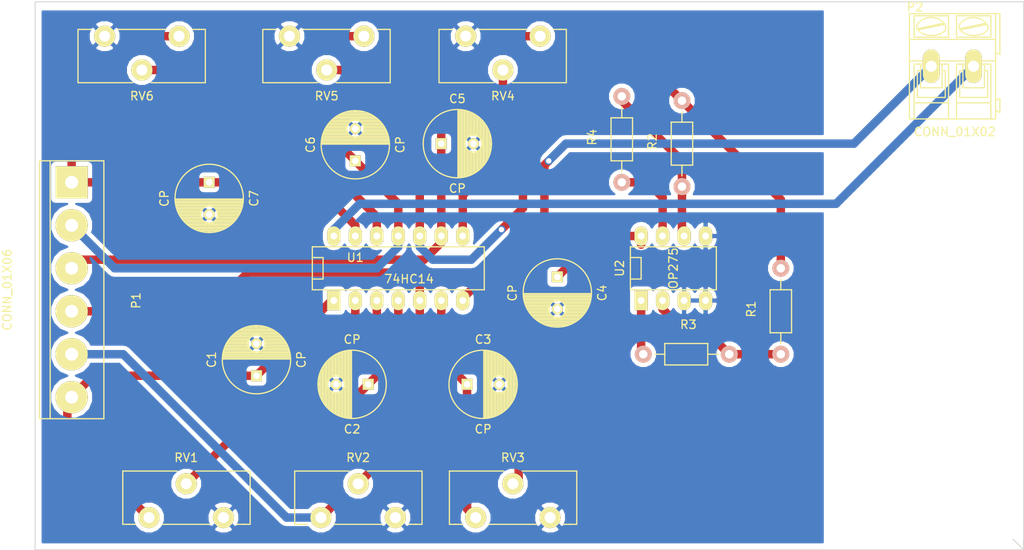
<source format=kicad_pcb>
(kicad_pcb (version 4) (host pcbnew "(2015-03-09 BZR 5487)-product")

  (general
    (links 50)
    (no_connects 0)
    (area 141.235218 92.581 260.400001 161.340001)
    (thickness 1.6)
    (drawings 6)
    (tracks 110)
    (zones 0)
    (modules 21)
    (nets 21)
  )

  (page A4)
  (layers
    (0 F.Cu signal)
    (31 B.Cu signal)
    (32 B.Adhes user)
    (33 F.Adhes user)
    (34 B.Paste user)
    (35 F.Paste user)
    (36 B.SilkS user)
    (37 F.SilkS user)
    (38 B.Mask user)
    (39 F.Mask user)
    (40 Dwgs.User user)
    (41 Cmts.User user)
    (42 Eco1.User user)
    (43 Eco2.User user)
    (44 Edge.Cuts user)
    (45 Margin user)
    (46 B.CrtYd user)
    (47 F.CrtYd user)
    (48 B.Fab user)
    (49 F.Fab user)
  )

  (setup
    (last_trace_width 1)
    (user_trace_width 1)
    (user_trace_width 2)
    (trace_clearance 0.254)
    (zone_clearance 0.508)
    (zone_45_only no)
    (trace_min 0.254)
    (segment_width 0.2)
    (edge_width 0.1)
    (via_size 0.889)
    (via_drill 0.635)
    (via_min_size 0.889)
    (via_min_drill 0.508)
    (uvia_size 0.508)
    (uvia_drill 0.127)
    (uvias_allowed no)
    (uvia_min_size 0.508)
    (uvia_min_drill 0.127)
    (pcb_text_width 0.3)
    (pcb_text_size 1.5 1.5)
    (mod_edge_width 0.15)
    (mod_text_size 1 1)
    (mod_text_width 0.15)
    (pad_size 1.5 1.5)
    (pad_drill 0.6)
    (pad_to_mask_clearance 0)
    (aux_axis_origin 0 0)
    (visible_elements FFFFFF7F)
    (pcbplotparams
      (layerselection 0x00030_80000001)
      (usegerberextensions false)
      (excludeedgelayer true)
      (linewidth 0.100000)
      (plotframeref false)
      (viasonmask false)
      (mode 1)
      (useauxorigin false)
      (hpglpennumber 1)
      (hpglpenspeed 20)
      (hpglpendiameter 15)
      (hpglpenoverlay 2)
      (psnegative false)
      (psa4output false)
      (plotreference true)
      (plotvalue true)
      (plotinvisibletext false)
      (padsonsilk false)
      (subtractmaskfromsilk false)
      (outputformat 1)
      (mirror false)
      (drillshape 1)
      (scaleselection 1)
      (outputdirectory ""))
  )

  (net 0 "")
  (net 1 "Net-(C1-Pad1)")
  (net 2 GND)
  (net 3 "Net-(C2-Pad1)")
  (net 4 "Net-(C3-Pad1)")
  (net 5 VCC)
  (net 6 "Net-(C5-Pad1)")
  (net 7 "Net-(C6-Pad1)")
  (net 8 "Net-(C7-Pad1)")
  (net 9 "Net-(P2-Pad1)")
  (net 10 "Net-(P2-Pad2)")
  (net 11 "Net-(R1-Pad1)")
  (net 12 "Net-(R1-Pad2)")
  (net 13 "Net-(R2-Pad1)")
  (net 14 "Net-(R3-Pad1)")
  (net 15 "Net-(R4-Pad1)")
  (net 16 "Net-(RV1-Pad2)")
  (net 17 "Net-(RV2-Pad2)")
  (net 18 "Net-(RV3-Pad2)")
  (net 19 "Net-(RV4-Pad2)")
  (net 20 "Net-(RV6-Pad2)")

  (net_class Default "This is the default net class."
    (clearance 0.254)
    (trace_width 0.254)
    (via_dia 0.889)
    (via_drill 0.635)
    (uvia_dia 0.508)
    (uvia_drill 0.127)
    (add_net GND)
    (add_net "Net-(C1-Pad1)")
    (add_net "Net-(C2-Pad1)")
    (add_net "Net-(C3-Pad1)")
    (add_net "Net-(C5-Pad1)")
    (add_net "Net-(C6-Pad1)")
    (add_net "Net-(C7-Pad1)")
    (add_net "Net-(P2-Pad1)")
    (add_net "Net-(P2-Pad2)")
    (add_net "Net-(R1-Pad1)")
    (add_net "Net-(R1-Pad2)")
    (add_net "Net-(R2-Pad1)")
    (add_net "Net-(R3-Pad1)")
    (add_net "Net-(R4-Pad1)")
    (add_net "Net-(RV1-Pad2)")
    (add_net "Net-(RV2-Pad2)")
    (add_net "Net-(RV3-Pad2)")
    (add_net "Net-(RV4-Pad2)")
    (add_net "Net-(RV6-Pad2)")
    (add_net VCC)
  )

  (module Capacitors_ThroughHole:C_Radial_D8_L13_P3.8 placed (layer F.Cu) (tedit 54FFDEB7) (tstamp 54FFDF02)
    (at 169.672 140.716 90)
    (descr "Radial Electrolytic Capacitor Diameter 8mm x Length 13mm, Pitch 3.8mm")
    (tags "Electrolytic Capacitor")
    (path /55018676)
    (fp_text reference C1 (at 1.9 -5.3 90) (layer F.SilkS)
      (effects (font (size 1 1) (thickness 0.15)))
    )
    (fp_text value CP (at 1.9 5.3 90) (layer F.SilkS)
      (effects (font (size 1 1) (thickness 0.15)))
    )
    (fp_line (start 1.975 -3.999) (end 1.975 3.999) (layer F.SilkS) (width 0.15))
    (fp_line (start 2.115 -3.994) (end 2.115 3.994) (layer F.SilkS) (width 0.15))
    (fp_line (start 2.255 -3.984) (end 2.255 3.984) (layer F.SilkS) (width 0.15))
    (fp_line (start 2.395 -3.969) (end 2.395 3.969) (layer F.SilkS) (width 0.15))
    (fp_line (start 2.535 -3.949) (end 2.535 3.949) (layer F.SilkS) (width 0.15))
    (fp_line (start 2.675 -3.924) (end 2.675 3.924) (layer F.SilkS) (width 0.15))
    (fp_line (start 2.815 -3.894) (end 2.815 -0.173) (layer F.SilkS) (width 0.15))
    (fp_line (start 2.815 0.173) (end 2.815 3.894) (layer F.SilkS) (width 0.15))
    (fp_line (start 2.955 -3.858) (end 2.955 -0.535) (layer F.SilkS) (width 0.15))
    (fp_line (start 2.955 0.535) (end 2.955 3.858) (layer F.SilkS) (width 0.15))
    (fp_line (start 3.095 -3.817) (end 3.095 -0.709) (layer F.SilkS) (width 0.15))
    (fp_line (start 3.095 0.709) (end 3.095 3.817) (layer F.SilkS) (width 0.15))
    (fp_line (start 3.235 -3.771) (end 3.235 -0.825) (layer F.SilkS) (width 0.15))
    (fp_line (start 3.235 0.825) (end 3.235 3.771) (layer F.SilkS) (width 0.15))
    (fp_line (start 3.375 -3.718) (end 3.375 -0.905) (layer F.SilkS) (width 0.15))
    (fp_line (start 3.375 0.905) (end 3.375 3.718) (layer F.SilkS) (width 0.15))
    (fp_line (start 3.515 -3.659) (end 3.515 -0.959) (layer F.SilkS) (width 0.15))
    (fp_line (start 3.515 0.959) (end 3.515 3.659) (layer F.SilkS) (width 0.15))
    (fp_line (start 3.655 -3.594) (end 3.655 -0.989) (layer F.SilkS) (width 0.15))
    (fp_line (start 3.655 0.989) (end 3.655 3.594) (layer F.SilkS) (width 0.15))
    (fp_line (start 3.795 -3.523) (end 3.795 -1) (layer F.SilkS) (width 0.15))
    (fp_line (start 3.795 1) (end 3.795 3.523) (layer F.SilkS) (width 0.15))
    (fp_line (start 3.935 -3.444) (end 3.935 -0.991) (layer F.SilkS) (width 0.15))
    (fp_line (start 3.935 0.991) (end 3.935 3.444) (layer F.SilkS) (width 0.15))
    (fp_line (start 4.075 -3.357) (end 4.075 -0.961) (layer F.SilkS) (width 0.15))
    (fp_line (start 4.075 0.961) (end 4.075 3.357) (layer F.SilkS) (width 0.15))
    (fp_line (start 4.215 -3.262) (end 4.215 -0.91) (layer F.SilkS) (width 0.15))
    (fp_line (start 4.215 0.91) (end 4.215 3.262) (layer F.SilkS) (width 0.15))
    (fp_line (start 4.355 -3.158) (end 4.355 -0.832) (layer F.SilkS) (width 0.15))
    (fp_line (start 4.355 0.832) (end 4.355 3.158) (layer F.SilkS) (width 0.15))
    (fp_line (start 4.495 -3.044) (end 4.495 -0.719) (layer F.SilkS) (width 0.15))
    (fp_line (start 4.495 0.719) (end 4.495 3.044) (layer F.SilkS) (width 0.15))
    (fp_line (start 4.635 -2.919) (end 4.635 -0.55) (layer F.SilkS) (width 0.15))
    (fp_line (start 4.635 0.55) (end 4.635 2.919) (layer F.SilkS) (width 0.15))
    (fp_line (start 4.775 -2.781) (end 4.775 -0.222) (layer F.SilkS) (width 0.15))
    (fp_line (start 4.775 0.222) (end 4.775 2.781) (layer F.SilkS) (width 0.15))
    (fp_line (start 4.915 -2.629) (end 4.915 2.629) (layer F.SilkS) (width 0.15))
    (fp_line (start 5.055 -2.459) (end 5.055 2.459) (layer F.SilkS) (width 0.15))
    (fp_line (start 5.195 -2.268) (end 5.195 2.268) (layer F.SilkS) (width 0.15))
    (fp_line (start 5.335 -2.05) (end 5.335 2.05) (layer F.SilkS) (width 0.15))
    (fp_line (start 5.475 -1.794) (end 5.475 1.794) (layer F.SilkS) (width 0.15))
    (fp_line (start 5.615 -1.483) (end 5.615 1.483) (layer F.SilkS) (width 0.15))
    (fp_line (start 5.755 -1.067) (end 5.755 1.067) (layer F.SilkS) (width 0.15))
    (fp_line (start 5.895 -0.2) (end 5.895 0.2) (layer F.SilkS) (width 0.15))
    (fp_circle (center 3.8 0) (end 3.8 -1) (layer F.SilkS) (width 0.15))
    (fp_circle (center 1.9 0) (end 1.9 -4.0375) (layer F.SilkS) (width 0.15))
    (fp_circle (center 1.9 0) (end 1.9 -4.3) (layer F.CrtYd) (width 0.05))
    (pad 1 thru_hole rect (at 0 0 90) (size 1.3 1.3) (drill 0.8) (layers *.Cu *.Mask F.SilkS)
      (net 1 "Net-(C1-Pad1)"))
    (pad 2 thru_hole circle (at 3.8 0 90) (size 1.3 1.3) (drill 0.8) (layers *.Cu *.Mask F.SilkS)
      (net 2 GND))
    (model Capacitors_ThroughHole/C_Radial_D8_L13_P3.8.wrl
      (at (xyz 0.0748031 0 0))
      (scale (xyz 1 1 1))
      (rotate (xyz 0 0 90))
    )
  )

  (module Capacitors_ThroughHole:C_Radial_D8_L13_P3.8 placed (layer F.Cu) (tedit 54FFDEB7) (tstamp 54FFDF08)
    (at 182.88 141.732 180)
    (descr "Radial Electrolytic Capacitor Diameter 8mm x Length 13mm, Pitch 3.8mm")
    (tags "Electrolytic Capacitor")
    (path /550185B4)
    (fp_text reference C2 (at 1.9 -5.3 180) (layer F.SilkS)
      (effects (font (size 1 1) (thickness 0.15)))
    )
    (fp_text value CP (at 1.9 5.3 180) (layer F.SilkS)
      (effects (font (size 1 1) (thickness 0.15)))
    )
    (fp_line (start 1.975 -3.999) (end 1.975 3.999) (layer F.SilkS) (width 0.15))
    (fp_line (start 2.115 -3.994) (end 2.115 3.994) (layer F.SilkS) (width 0.15))
    (fp_line (start 2.255 -3.984) (end 2.255 3.984) (layer F.SilkS) (width 0.15))
    (fp_line (start 2.395 -3.969) (end 2.395 3.969) (layer F.SilkS) (width 0.15))
    (fp_line (start 2.535 -3.949) (end 2.535 3.949) (layer F.SilkS) (width 0.15))
    (fp_line (start 2.675 -3.924) (end 2.675 3.924) (layer F.SilkS) (width 0.15))
    (fp_line (start 2.815 -3.894) (end 2.815 -0.173) (layer F.SilkS) (width 0.15))
    (fp_line (start 2.815 0.173) (end 2.815 3.894) (layer F.SilkS) (width 0.15))
    (fp_line (start 2.955 -3.858) (end 2.955 -0.535) (layer F.SilkS) (width 0.15))
    (fp_line (start 2.955 0.535) (end 2.955 3.858) (layer F.SilkS) (width 0.15))
    (fp_line (start 3.095 -3.817) (end 3.095 -0.709) (layer F.SilkS) (width 0.15))
    (fp_line (start 3.095 0.709) (end 3.095 3.817) (layer F.SilkS) (width 0.15))
    (fp_line (start 3.235 -3.771) (end 3.235 -0.825) (layer F.SilkS) (width 0.15))
    (fp_line (start 3.235 0.825) (end 3.235 3.771) (layer F.SilkS) (width 0.15))
    (fp_line (start 3.375 -3.718) (end 3.375 -0.905) (layer F.SilkS) (width 0.15))
    (fp_line (start 3.375 0.905) (end 3.375 3.718) (layer F.SilkS) (width 0.15))
    (fp_line (start 3.515 -3.659) (end 3.515 -0.959) (layer F.SilkS) (width 0.15))
    (fp_line (start 3.515 0.959) (end 3.515 3.659) (layer F.SilkS) (width 0.15))
    (fp_line (start 3.655 -3.594) (end 3.655 -0.989) (layer F.SilkS) (width 0.15))
    (fp_line (start 3.655 0.989) (end 3.655 3.594) (layer F.SilkS) (width 0.15))
    (fp_line (start 3.795 -3.523) (end 3.795 -1) (layer F.SilkS) (width 0.15))
    (fp_line (start 3.795 1) (end 3.795 3.523) (layer F.SilkS) (width 0.15))
    (fp_line (start 3.935 -3.444) (end 3.935 -0.991) (layer F.SilkS) (width 0.15))
    (fp_line (start 3.935 0.991) (end 3.935 3.444) (layer F.SilkS) (width 0.15))
    (fp_line (start 4.075 -3.357) (end 4.075 -0.961) (layer F.SilkS) (width 0.15))
    (fp_line (start 4.075 0.961) (end 4.075 3.357) (layer F.SilkS) (width 0.15))
    (fp_line (start 4.215 -3.262) (end 4.215 -0.91) (layer F.SilkS) (width 0.15))
    (fp_line (start 4.215 0.91) (end 4.215 3.262) (layer F.SilkS) (width 0.15))
    (fp_line (start 4.355 -3.158) (end 4.355 -0.832) (layer F.SilkS) (width 0.15))
    (fp_line (start 4.355 0.832) (end 4.355 3.158) (layer F.SilkS) (width 0.15))
    (fp_line (start 4.495 -3.044) (end 4.495 -0.719) (layer F.SilkS) (width 0.15))
    (fp_line (start 4.495 0.719) (end 4.495 3.044) (layer F.SilkS) (width 0.15))
    (fp_line (start 4.635 -2.919) (end 4.635 -0.55) (layer F.SilkS) (width 0.15))
    (fp_line (start 4.635 0.55) (end 4.635 2.919) (layer F.SilkS) (width 0.15))
    (fp_line (start 4.775 -2.781) (end 4.775 -0.222) (layer F.SilkS) (width 0.15))
    (fp_line (start 4.775 0.222) (end 4.775 2.781) (layer F.SilkS) (width 0.15))
    (fp_line (start 4.915 -2.629) (end 4.915 2.629) (layer F.SilkS) (width 0.15))
    (fp_line (start 5.055 -2.459) (end 5.055 2.459) (layer F.SilkS) (width 0.15))
    (fp_line (start 5.195 -2.268) (end 5.195 2.268) (layer F.SilkS) (width 0.15))
    (fp_line (start 5.335 -2.05) (end 5.335 2.05) (layer F.SilkS) (width 0.15))
    (fp_line (start 5.475 -1.794) (end 5.475 1.794) (layer F.SilkS) (width 0.15))
    (fp_line (start 5.615 -1.483) (end 5.615 1.483) (layer F.SilkS) (width 0.15))
    (fp_line (start 5.755 -1.067) (end 5.755 1.067) (layer F.SilkS) (width 0.15))
    (fp_line (start 5.895 -0.2) (end 5.895 0.2) (layer F.SilkS) (width 0.15))
    (fp_circle (center 3.8 0) (end 3.8 -1) (layer F.SilkS) (width 0.15))
    (fp_circle (center 1.9 0) (end 1.9 -4.0375) (layer F.SilkS) (width 0.15))
    (fp_circle (center 1.9 0) (end 1.9 -4.3) (layer F.CrtYd) (width 0.05))
    (pad 1 thru_hole rect (at 0 0 180) (size 1.3 1.3) (drill 0.8) (layers *.Cu *.Mask F.SilkS)
      (net 3 "Net-(C2-Pad1)"))
    (pad 2 thru_hole circle (at 3.8 0 180) (size 1.3 1.3) (drill 0.8) (layers *.Cu *.Mask F.SilkS)
      (net 2 GND))
    (model Capacitors_ThroughHole/C_Radial_D8_L13_P3.8.wrl
      (at (xyz 0.0748031 0 0))
      (scale (xyz 1 1 1))
      (rotate (xyz 0 0 90))
    )
  )

  (module Capacitors_ThroughHole:C_Radial_D8_L13_P3.8 placed (layer F.Cu) (tedit 54FFDEB7) (tstamp 54FFDF0E)
    (at 194.564 141.732)
    (descr "Radial Electrolytic Capacitor Diameter 8mm x Length 13mm, Pitch 3.8mm")
    (tags "Electrolytic Capacitor")
    (path /55018530)
    (fp_text reference C3 (at 1.9 -5.3) (layer F.SilkS)
      (effects (font (size 1 1) (thickness 0.15)))
    )
    (fp_text value CP (at 1.9 5.3) (layer F.SilkS)
      (effects (font (size 1 1) (thickness 0.15)))
    )
    (fp_line (start 1.975 -3.999) (end 1.975 3.999) (layer F.SilkS) (width 0.15))
    (fp_line (start 2.115 -3.994) (end 2.115 3.994) (layer F.SilkS) (width 0.15))
    (fp_line (start 2.255 -3.984) (end 2.255 3.984) (layer F.SilkS) (width 0.15))
    (fp_line (start 2.395 -3.969) (end 2.395 3.969) (layer F.SilkS) (width 0.15))
    (fp_line (start 2.535 -3.949) (end 2.535 3.949) (layer F.SilkS) (width 0.15))
    (fp_line (start 2.675 -3.924) (end 2.675 3.924) (layer F.SilkS) (width 0.15))
    (fp_line (start 2.815 -3.894) (end 2.815 -0.173) (layer F.SilkS) (width 0.15))
    (fp_line (start 2.815 0.173) (end 2.815 3.894) (layer F.SilkS) (width 0.15))
    (fp_line (start 2.955 -3.858) (end 2.955 -0.535) (layer F.SilkS) (width 0.15))
    (fp_line (start 2.955 0.535) (end 2.955 3.858) (layer F.SilkS) (width 0.15))
    (fp_line (start 3.095 -3.817) (end 3.095 -0.709) (layer F.SilkS) (width 0.15))
    (fp_line (start 3.095 0.709) (end 3.095 3.817) (layer F.SilkS) (width 0.15))
    (fp_line (start 3.235 -3.771) (end 3.235 -0.825) (layer F.SilkS) (width 0.15))
    (fp_line (start 3.235 0.825) (end 3.235 3.771) (layer F.SilkS) (width 0.15))
    (fp_line (start 3.375 -3.718) (end 3.375 -0.905) (layer F.SilkS) (width 0.15))
    (fp_line (start 3.375 0.905) (end 3.375 3.718) (layer F.SilkS) (width 0.15))
    (fp_line (start 3.515 -3.659) (end 3.515 -0.959) (layer F.SilkS) (width 0.15))
    (fp_line (start 3.515 0.959) (end 3.515 3.659) (layer F.SilkS) (width 0.15))
    (fp_line (start 3.655 -3.594) (end 3.655 -0.989) (layer F.SilkS) (width 0.15))
    (fp_line (start 3.655 0.989) (end 3.655 3.594) (layer F.SilkS) (width 0.15))
    (fp_line (start 3.795 -3.523) (end 3.795 -1) (layer F.SilkS) (width 0.15))
    (fp_line (start 3.795 1) (end 3.795 3.523) (layer F.SilkS) (width 0.15))
    (fp_line (start 3.935 -3.444) (end 3.935 -0.991) (layer F.SilkS) (width 0.15))
    (fp_line (start 3.935 0.991) (end 3.935 3.444) (layer F.SilkS) (width 0.15))
    (fp_line (start 4.075 -3.357) (end 4.075 -0.961) (layer F.SilkS) (width 0.15))
    (fp_line (start 4.075 0.961) (end 4.075 3.357) (layer F.SilkS) (width 0.15))
    (fp_line (start 4.215 -3.262) (end 4.215 -0.91) (layer F.SilkS) (width 0.15))
    (fp_line (start 4.215 0.91) (end 4.215 3.262) (layer F.SilkS) (width 0.15))
    (fp_line (start 4.355 -3.158) (end 4.355 -0.832) (layer F.SilkS) (width 0.15))
    (fp_line (start 4.355 0.832) (end 4.355 3.158) (layer F.SilkS) (width 0.15))
    (fp_line (start 4.495 -3.044) (end 4.495 -0.719) (layer F.SilkS) (width 0.15))
    (fp_line (start 4.495 0.719) (end 4.495 3.044) (layer F.SilkS) (width 0.15))
    (fp_line (start 4.635 -2.919) (end 4.635 -0.55) (layer F.SilkS) (width 0.15))
    (fp_line (start 4.635 0.55) (end 4.635 2.919) (layer F.SilkS) (width 0.15))
    (fp_line (start 4.775 -2.781) (end 4.775 -0.222) (layer F.SilkS) (width 0.15))
    (fp_line (start 4.775 0.222) (end 4.775 2.781) (layer F.SilkS) (width 0.15))
    (fp_line (start 4.915 -2.629) (end 4.915 2.629) (layer F.SilkS) (width 0.15))
    (fp_line (start 5.055 -2.459) (end 5.055 2.459) (layer F.SilkS) (width 0.15))
    (fp_line (start 5.195 -2.268) (end 5.195 2.268) (layer F.SilkS) (width 0.15))
    (fp_line (start 5.335 -2.05) (end 5.335 2.05) (layer F.SilkS) (width 0.15))
    (fp_line (start 5.475 -1.794) (end 5.475 1.794) (layer F.SilkS) (width 0.15))
    (fp_line (start 5.615 -1.483) (end 5.615 1.483) (layer F.SilkS) (width 0.15))
    (fp_line (start 5.755 -1.067) (end 5.755 1.067) (layer F.SilkS) (width 0.15))
    (fp_line (start 5.895 -0.2) (end 5.895 0.2) (layer F.SilkS) (width 0.15))
    (fp_circle (center 3.8 0) (end 3.8 -1) (layer F.SilkS) (width 0.15))
    (fp_circle (center 1.9 0) (end 1.9 -4.0375) (layer F.SilkS) (width 0.15))
    (fp_circle (center 1.9 0) (end 1.9 -4.3) (layer F.CrtYd) (width 0.05))
    (pad 1 thru_hole rect (at 0 0) (size 1.3 1.3) (drill 0.8) (layers *.Cu *.Mask F.SilkS)
      (net 4 "Net-(C3-Pad1)"))
    (pad 2 thru_hole circle (at 3.8 0) (size 1.3 1.3) (drill 0.8) (layers *.Cu *.Mask F.SilkS)
      (net 2 GND))
    (model Capacitors_ThroughHole/C_Radial_D8_L13_P3.8.wrl
      (at (xyz 0.0748031 0 0))
      (scale (xyz 1 1 1))
      (rotate (xyz 0 0 90))
    )
  )

  (module Capacitors_ThroughHole:C_Radial_D8_L13_P3.8 placed (layer F.Cu) (tedit 54FFDEB7) (tstamp 54FFDF14)
    (at 205.232 129.032 270)
    (descr "Radial Electrolytic Capacitor Diameter 8mm x Length 13mm, Pitch 3.8mm")
    (tags "Electrolytic Capacitor")
    (path /55018F5D)
    (fp_text reference C4 (at 1.9 -5.3 270) (layer F.SilkS)
      (effects (font (size 1 1) (thickness 0.15)))
    )
    (fp_text value CP (at 1.9 5.3 270) (layer F.SilkS)
      (effects (font (size 1 1) (thickness 0.15)))
    )
    (fp_line (start 1.975 -3.999) (end 1.975 3.999) (layer F.SilkS) (width 0.15))
    (fp_line (start 2.115 -3.994) (end 2.115 3.994) (layer F.SilkS) (width 0.15))
    (fp_line (start 2.255 -3.984) (end 2.255 3.984) (layer F.SilkS) (width 0.15))
    (fp_line (start 2.395 -3.969) (end 2.395 3.969) (layer F.SilkS) (width 0.15))
    (fp_line (start 2.535 -3.949) (end 2.535 3.949) (layer F.SilkS) (width 0.15))
    (fp_line (start 2.675 -3.924) (end 2.675 3.924) (layer F.SilkS) (width 0.15))
    (fp_line (start 2.815 -3.894) (end 2.815 -0.173) (layer F.SilkS) (width 0.15))
    (fp_line (start 2.815 0.173) (end 2.815 3.894) (layer F.SilkS) (width 0.15))
    (fp_line (start 2.955 -3.858) (end 2.955 -0.535) (layer F.SilkS) (width 0.15))
    (fp_line (start 2.955 0.535) (end 2.955 3.858) (layer F.SilkS) (width 0.15))
    (fp_line (start 3.095 -3.817) (end 3.095 -0.709) (layer F.SilkS) (width 0.15))
    (fp_line (start 3.095 0.709) (end 3.095 3.817) (layer F.SilkS) (width 0.15))
    (fp_line (start 3.235 -3.771) (end 3.235 -0.825) (layer F.SilkS) (width 0.15))
    (fp_line (start 3.235 0.825) (end 3.235 3.771) (layer F.SilkS) (width 0.15))
    (fp_line (start 3.375 -3.718) (end 3.375 -0.905) (layer F.SilkS) (width 0.15))
    (fp_line (start 3.375 0.905) (end 3.375 3.718) (layer F.SilkS) (width 0.15))
    (fp_line (start 3.515 -3.659) (end 3.515 -0.959) (layer F.SilkS) (width 0.15))
    (fp_line (start 3.515 0.959) (end 3.515 3.659) (layer F.SilkS) (width 0.15))
    (fp_line (start 3.655 -3.594) (end 3.655 -0.989) (layer F.SilkS) (width 0.15))
    (fp_line (start 3.655 0.989) (end 3.655 3.594) (layer F.SilkS) (width 0.15))
    (fp_line (start 3.795 -3.523) (end 3.795 -1) (layer F.SilkS) (width 0.15))
    (fp_line (start 3.795 1) (end 3.795 3.523) (layer F.SilkS) (width 0.15))
    (fp_line (start 3.935 -3.444) (end 3.935 -0.991) (layer F.SilkS) (width 0.15))
    (fp_line (start 3.935 0.991) (end 3.935 3.444) (layer F.SilkS) (width 0.15))
    (fp_line (start 4.075 -3.357) (end 4.075 -0.961) (layer F.SilkS) (width 0.15))
    (fp_line (start 4.075 0.961) (end 4.075 3.357) (layer F.SilkS) (width 0.15))
    (fp_line (start 4.215 -3.262) (end 4.215 -0.91) (layer F.SilkS) (width 0.15))
    (fp_line (start 4.215 0.91) (end 4.215 3.262) (layer F.SilkS) (width 0.15))
    (fp_line (start 4.355 -3.158) (end 4.355 -0.832) (layer F.SilkS) (width 0.15))
    (fp_line (start 4.355 0.832) (end 4.355 3.158) (layer F.SilkS) (width 0.15))
    (fp_line (start 4.495 -3.044) (end 4.495 -0.719) (layer F.SilkS) (width 0.15))
    (fp_line (start 4.495 0.719) (end 4.495 3.044) (layer F.SilkS) (width 0.15))
    (fp_line (start 4.635 -2.919) (end 4.635 -0.55) (layer F.SilkS) (width 0.15))
    (fp_line (start 4.635 0.55) (end 4.635 2.919) (layer F.SilkS) (width 0.15))
    (fp_line (start 4.775 -2.781) (end 4.775 -0.222) (layer F.SilkS) (width 0.15))
    (fp_line (start 4.775 0.222) (end 4.775 2.781) (layer F.SilkS) (width 0.15))
    (fp_line (start 4.915 -2.629) (end 4.915 2.629) (layer F.SilkS) (width 0.15))
    (fp_line (start 5.055 -2.459) (end 5.055 2.459) (layer F.SilkS) (width 0.15))
    (fp_line (start 5.195 -2.268) (end 5.195 2.268) (layer F.SilkS) (width 0.15))
    (fp_line (start 5.335 -2.05) (end 5.335 2.05) (layer F.SilkS) (width 0.15))
    (fp_line (start 5.475 -1.794) (end 5.475 1.794) (layer F.SilkS) (width 0.15))
    (fp_line (start 5.615 -1.483) (end 5.615 1.483) (layer F.SilkS) (width 0.15))
    (fp_line (start 5.755 -1.067) (end 5.755 1.067) (layer F.SilkS) (width 0.15))
    (fp_line (start 5.895 -0.2) (end 5.895 0.2) (layer F.SilkS) (width 0.15))
    (fp_circle (center 3.8 0) (end 3.8 -1) (layer F.SilkS) (width 0.15))
    (fp_circle (center 1.9 0) (end 1.9 -4.0375) (layer F.SilkS) (width 0.15))
    (fp_circle (center 1.9 0) (end 1.9 -4.3) (layer F.CrtYd) (width 0.05))
    (pad 1 thru_hole rect (at 0 0 270) (size 1.3 1.3) (drill 0.8) (layers *.Cu *.Mask F.SilkS)
      (net 5 VCC))
    (pad 2 thru_hole circle (at 3.8 0 270) (size 1.3 1.3) (drill 0.8) (layers *.Cu *.Mask F.SilkS)
      (net 2 GND))
    (model Capacitors_ThroughHole/C_Radial_D8_L13_P3.8.wrl
      (at (xyz 0.0748031 0 0))
      (scale (xyz 1 1 1))
      (rotate (xyz 0 0 90))
    )
  )

  (module Capacitors_ThroughHole:C_Radial_D8_L13_P3.8 placed (layer F.Cu) (tedit 54FFDEB7) (tstamp 54FFDF1A)
    (at 191.516 113.284)
    (descr "Radial Electrolytic Capacitor Diameter 8mm x Length 13mm, Pitch 3.8mm")
    (tags "Electrolytic Capacitor")
    (path /55017D4A)
    (fp_text reference C5 (at 1.9 -5.3) (layer F.SilkS)
      (effects (font (size 1 1) (thickness 0.15)))
    )
    (fp_text value CP (at 1.9 5.3) (layer F.SilkS)
      (effects (font (size 1 1) (thickness 0.15)))
    )
    (fp_line (start 1.975 -3.999) (end 1.975 3.999) (layer F.SilkS) (width 0.15))
    (fp_line (start 2.115 -3.994) (end 2.115 3.994) (layer F.SilkS) (width 0.15))
    (fp_line (start 2.255 -3.984) (end 2.255 3.984) (layer F.SilkS) (width 0.15))
    (fp_line (start 2.395 -3.969) (end 2.395 3.969) (layer F.SilkS) (width 0.15))
    (fp_line (start 2.535 -3.949) (end 2.535 3.949) (layer F.SilkS) (width 0.15))
    (fp_line (start 2.675 -3.924) (end 2.675 3.924) (layer F.SilkS) (width 0.15))
    (fp_line (start 2.815 -3.894) (end 2.815 -0.173) (layer F.SilkS) (width 0.15))
    (fp_line (start 2.815 0.173) (end 2.815 3.894) (layer F.SilkS) (width 0.15))
    (fp_line (start 2.955 -3.858) (end 2.955 -0.535) (layer F.SilkS) (width 0.15))
    (fp_line (start 2.955 0.535) (end 2.955 3.858) (layer F.SilkS) (width 0.15))
    (fp_line (start 3.095 -3.817) (end 3.095 -0.709) (layer F.SilkS) (width 0.15))
    (fp_line (start 3.095 0.709) (end 3.095 3.817) (layer F.SilkS) (width 0.15))
    (fp_line (start 3.235 -3.771) (end 3.235 -0.825) (layer F.SilkS) (width 0.15))
    (fp_line (start 3.235 0.825) (end 3.235 3.771) (layer F.SilkS) (width 0.15))
    (fp_line (start 3.375 -3.718) (end 3.375 -0.905) (layer F.SilkS) (width 0.15))
    (fp_line (start 3.375 0.905) (end 3.375 3.718) (layer F.SilkS) (width 0.15))
    (fp_line (start 3.515 -3.659) (end 3.515 -0.959) (layer F.SilkS) (width 0.15))
    (fp_line (start 3.515 0.959) (end 3.515 3.659) (layer F.SilkS) (width 0.15))
    (fp_line (start 3.655 -3.594) (end 3.655 -0.989) (layer F.SilkS) (width 0.15))
    (fp_line (start 3.655 0.989) (end 3.655 3.594) (layer F.SilkS) (width 0.15))
    (fp_line (start 3.795 -3.523) (end 3.795 -1) (layer F.SilkS) (width 0.15))
    (fp_line (start 3.795 1) (end 3.795 3.523) (layer F.SilkS) (width 0.15))
    (fp_line (start 3.935 -3.444) (end 3.935 -0.991) (layer F.SilkS) (width 0.15))
    (fp_line (start 3.935 0.991) (end 3.935 3.444) (layer F.SilkS) (width 0.15))
    (fp_line (start 4.075 -3.357) (end 4.075 -0.961) (layer F.SilkS) (width 0.15))
    (fp_line (start 4.075 0.961) (end 4.075 3.357) (layer F.SilkS) (width 0.15))
    (fp_line (start 4.215 -3.262) (end 4.215 -0.91) (layer F.SilkS) (width 0.15))
    (fp_line (start 4.215 0.91) (end 4.215 3.262) (layer F.SilkS) (width 0.15))
    (fp_line (start 4.355 -3.158) (end 4.355 -0.832) (layer F.SilkS) (width 0.15))
    (fp_line (start 4.355 0.832) (end 4.355 3.158) (layer F.SilkS) (width 0.15))
    (fp_line (start 4.495 -3.044) (end 4.495 -0.719) (layer F.SilkS) (width 0.15))
    (fp_line (start 4.495 0.719) (end 4.495 3.044) (layer F.SilkS) (width 0.15))
    (fp_line (start 4.635 -2.919) (end 4.635 -0.55) (layer F.SilkS) (width 0.15))
    (fp_line (start 4.635 0.55) (end 4.635 2.919) (layer F.SilkS) (width 0.15))
    (fp_line (start 4.775 -2.781) (end 4.775 -0.222) (layer F.SilkS) (width 0.15))
    (fp_line (start 4.775 0.222) (end 4.775 2.781) (layer F.SilkS) (width 0.15))
    (fp_line (start 4.915 -2.629) (end 4.915 2.629) (layer F.SilkS) (width 0.15))
    (fp_line (start 5.055 -2.459) (end 5.055 2.459) (layer F.SilkS) (width 0.15))
    (fp_line (start 5.195 -2.268) (end 5.195 2.268) (layer F.SilkS) (width 0.15))
    (fp_line (start 5.335 -2.05) (end 5.335 2.05) (layer F.SilkS) (width 0.15))
    (fp_line (start 5.475 -1.794) (end 5.475 1.794) (layer F.SilkS) (width 0.15))
    (fp_line (start 5.615 -1.483) (end 5.615 1.483) (layer F.SilkS) (width 0.15))
    (fp_line (start 5.755 -1.067) (end 5.755 1.067) (layer F.SilkS) (width 0.15))
    (fp_line (start 5.895 -0.2) (end 5.895 0.2) (layer F.SilkS) (width 0.15))
    (fp_circle (center 3.8 0) (end 3.8 -1) (layer F.SilkS) (width 0.15))
    (fp_circle (center 1.9 0) (end 1.9 -4.0375) (layer F.SilkS) (width 0.15))
    (fp_circle (center 1.9 0) (end 1.9 -4.3) (layer F.CrtYd) (width 0.05))
    (pad 1 thru_hole rect (at 0 0) (size 1.3 1.3) (drill 0.8) (layers *.Cu *.Mask F.SilkS)
      (net 6 "Net-(C5-Pad1)"))
    (pad 2 thru_hole circle (at 3.8 0) (size 1.3 1.3) (drill 0.8) (layers *.Cu *.Mask F.SilkS)
      (net 2 GND))
    (model Capacitors_ThroughHole/C_Radial_D8_L13_P3.8.wrl
      (at (xyz 0.0748031 0 0))
      (scale (xyz 1 1 1))
      (rotate (xyz 0 0 90))
    )
  )

  (module Capacitors_ThroughHole:C_Radial_D8_L21_P3.8 placed (layer F.Cu) (tedit 54FFDEB7) (tstamp 54FFDF20)
    (at 181.356 115.316 90)
    (descr "Radial Electrolytic Capacitor Diameter 8mm x Length 21mm, Pitch 3.8mm")
    (tags "Electrolytic Capacitor")
    (path /550183E8)
    (fp_text reference C6 (at 1.9 -5.3 90) (layer F.SilkS)
      (effects (font (size 1 1) (thickness 0.15)))
    )
    (fp_text value CP (at 1.9 5.3 90) (layer F.SilkS)
      (effects (font (size 1 1) (thickness 0.15)))
    )
    (fp_line (start 1.975 -3.999) (end 1.975 3.999) (layer F.SilkS) (width 0.15))
    (fp_line (start 2.115 -3.994) (end 2.115 3.994) (layer F.SilkS) (width 0.15))
    (fp_line (start 2.255 -3.984) (end 2.255 3.984) (layer F.SilkS) (width 0.15))
    (fp_line (start 2.395 -3.969) (end 2.395 3.969) (layer F.SilkS) (width 0.15))
    (fp_line (start 2.535 -3.949) (end 2.535 3.949) (layer F.SilkS) (width 0.15))
    (fp_line (start 2.675 -3.924) (end 2.675 3.924) (layer F.SilkS) (width 0.15))
    (fp_line (start 2.815 -3.894) (end 2.815 -0.173) (layer F.SilkS) (width 0.15))
    (fp_line (start 2.815 0.173) (end 2.815 3.894) (layer F.SilkS) (width 0.15))
    (fp_line (start 2.955 -3.858) (end 2.955 -0.535) (layer F.SilkS) (width 0.15))
    (fp_line (start 2.955 0.535) (end 2.955 3.858) (layer F.SilkS) (width 0.15))
    (fp_line (start 3.095 -3.817) (end 3.095 -0.709) (layer F.SilkS) (width 0.15))
    (fp_line (start 3.095 0.709) (end 3.095 3.817) (layer F.SilkS) (width 0.15))
    (fp_line (start 3.235 -3.771) (end 3.235 -0.825) (layer F.SilkS) (width 0.15))
    (fp_line (start 3.235 0.825) (end 3.235 3.771) (layer F.SilkS) (width 0.15))
    (fp_line (start 3.375 -3.718) (end 3.375 -0.905) (layer F.SilkS) (width 0.15))
    (fp_line (start 3.375 0.905) (end 3.375 3.718) (layer F.SilkS) (width 0.15))
    (fp_line (start 3.515 -3.659) (end 3.515 -0.959) (layer F.SilkS) (width 0.15))
    (fp_line (start 3.515 0.959) (end 3.515 3.659) (layer F.SilkS) (width 0.15))
    (fp_line (start 3.655 -3.594) (end 3.655 -0.989) (layer F.SilkS) (width 0.15))
    (fp_line (start 3.655 0.989) (end 3.655 3.594) (layer F.SilkS) (width 0.15))
    (fp_line (start 3.795 -3.523) (end 3.795 -1) (layer F.SilkS) (width 0.15))
    (fp_line (start 3.795 1) (end 3.795 3.523) (layer F.SilkS) (width 0.15))
    (fp_line (start 3.935 -3.444) (end 3.935 -0.991) (layer F.SilkS) (width 0.15))
    (fp_line (start 3.935 0.991) (end 3.935 3.444) (layer F.SilkS) (width 0.15))
    (fp_line (start 4.075 -3.357) (end 4.075 -0.961) (layer F.SilkS) (width 0.15))
    (fp_line (start 4.075 0.961) (end 4.075 3.357) (layer F.SilkS) (width 0.15))
    (fp_line (start 4.215 -3.262) (end 4.215 -0.91) (layer F.SilkS) (width 0.15))
    (fp_line (start 4.215 0.91) (end 4.215 3.262) (layer F.SilkS) (width 0.15))
    (fp_line (start 4.355 -3.158) (end 4.355 -0.832) (layer F.SilkS) (width 0.15))
    (fp_line (start 4.355 0.832) (end 4.355 3.158) (layer F.SilkS) (width 0.15))
    (fp_line (start 4.495 -3.044) (end 4.495 -0.719) (layer F.SilkS) (width 0.15))
    (fp_line (start 4.495 0.719) (end 4.495 3.044) (layer F.SilkS) (width 0.15))
    (fp_line (start 4.635 -2.919) (end 4.635 -0.55) (layer F.SilkS) (width 0.15))
    (fp_line (start 4.635 0.55) (end 4.635 2.919) (layer F.SilkS) (width 0.15))
    (fp_line (start 4.775 -2.781) (end 4.775 -0.222) (layer F.SilkS) (width 0.15))
    (fp_line (start 4.775 0.222) (end 4.775 2.781) (layer F.SilkS) (width 0.15))
    (fp_line (start 4.915 -2.629) (end 4.915 2.629) (layer F.SilkS) (width 0.15))
    (fp_line (start 5.055 -2.459) (end 5.055 2.459) (layer F.SilkS) (width 0.15))
    (fp_line (start 5.195 -2.268) (end 5.195 2.268) (layer F.SilkS) (width 0.15))
    (fp_line (start 5.335 -2.05) (end 5.335 2.05) (layer F.SilkS) (width 0.15))
    (fp_line (start 5.475 -1.794) (end 5.475 1.794) (layer F.SilkS) (width 0.15))
    (fp_line (start 5.615 -1.483) (end 5.615 1.483) (layer F.SilkS) (width 0.15))
    (fp_line (start 5.755 -1.067) (end 5.755 1.067) (layer F.SilkS) (width 0.15))
    (fp_line (start 5.895 -0.2) (end 5.895 0.2) (layer F.SilkS) (width 0.15))
    (fp_circle (center 3.8 0) (end 3.8 -1) (layer F.SilkS) (width 0.15))
    (fp_circle (center 1.9 0) (end 1.9 -4.0375) (layer F.SilkS) (width 0.15))
    (fp_circle (center 1.9 0) (end 1.9 -4.3) (layer F.CrtYd) (width 0.05))
    (pad 1 thru_hole rect (at 0 0 90) (size 1.3 1.3) (drill 0.8) (layers *.Cu *.Mask F.SilkS)
      (net 7 "Net-(C6-Pad1)"))
    (pad 2 thru_hole circle (at 3.8 0 90) (size 1.3 1.3) (drill 0.8) (layers *.Cu *.Mask F.SilkS)
      (net 2 GND))
    (model Capacitors_ThroughHole/C_Radial_D8_L21_P3.8.wrl
      (at (xyz 0.0748031 0 0))
      (scale (xyz 1 1 1))
      (rotate (xyz 0 0 90))
    )
  )

  (module Capacitors_ThroughHole:C_Radial_D8_L21_P3.8 placed (layer F.Cu) (tedit 54FFDEB7) (tstamp 54FFDF26)
    (at 164.084 117.856 270)
    (descr "Radial Electrolytic Capacitor Diameter 8mm x Length 21mm, Pitch 3.8mm")
    (tags "Electrolytic Capacitor")
    (path /55018466)
    (fp_text reference C7 (at 1.9 -5.3 270) (layer F.SilkS)
      (effects (font (size 1 1) (thickness 0.15)))
    )
    (fp_text value CP (at 1.9 5.3 270) (layer F.SilkS)
      (effects (font (size 1 1) (thickness 0.15)))
    )
    (fp_line (start 1.975 -3.999) (end 1.975 3.999) (layer F.SilkS) (width 0.15))
    (fp_line (start 2.115 -3.994) (end 2.115 3.994) (layer F.SilkS) (width 0.15))
    (fp_line (start 2.255 -3.984) (end 2.255 3.984) (layer F.SilkS) (width 0.15))
    (fp_line (start 2.395 -3.969) (end 2.395 3.969) (layer F.SilkS) (width 0.15))
    (fp_line (start 2.535 -3.949) (end 2.535 3.949) (layer F.SilkS) (width 0.15))
    (fp_line (start 2.675 -3.924) (end 2.675 3.924) (layer F.SilkS) (width 0.15))
    (fp_line (start 2.815 -3.894) (end 2.815 -0.173) (layer F.SilkS) (width 0.15))
    (fp_line (start 2.815 0.173) (end 2.815 3.894) (layer F.SilkS) (width 0.15))
    (fp_line (start 2.955 -3.858) (end 2.955 -0.535) (layer F.SilkS) (width 0.15))
    (fp_line (start 2.955 0.535) (end 2.955 3.858) (layer F.SilkS) (width 0.15))
    (fp_line (start 3.095 -3.817) (end 3.095 -0.709) (layer F.SilkS) (width 0.15))
    (fp_line (start 3.095 0.709) (end 3.095 3.817) (layer F.SilkS) (width 0.15))
    (fp_line (start 3.235 -3.771) (end 3.235 -0.825) (layer F.SilkS) (width 0.15))
    (fp_line (start 3.235 0.825) (end 3.235 3.771) (layer F.SilkS) (width 0.15))
    (fp_line (start 3.375 -3.718) (end 3.375 -0.905) (layer F.SilkS) (width 0.15))
    (fp_line (start 3.375 0.905) (end 3.375 3.718) (layer F.SilkS) (width 0.15))
    (fp_line (start 3.515 -3.659) (end 3.515 -0.959) (layer F.SilkS) (width 0.15))
    (fp_line (start 3.515 0.959) (end 3.515 3.659) (layer F.SilkS) (width 0.15))
    (fp_line (start 3.655 -3.594) (end 3.655 -0.989) (layer F.SilkS) (width 0.15))
    (fp_line (start 3.655 0.989) (end 3.655 3.594) (layer F.SilkS) (width 0.15))
    (fp_line (start 3.795 -3.523) (end 3.795 -1) (layer F.SilkS) (width 0.15))
    (fp_line (start 3.795 1) (end 3.795 3.523) (layer F.SilkS) (width 0.15))
    (fp_line (start 3.935 -3.444) (end 3.935 -0.991) (layer F.SilkS) (width 0.15))
    (fp_line (start 3.935 0.991) (end 3.935 3.444) (layer F.SilkS) (width 0.15))
    (fp_line (start 4.075 -3.357) (end 4.075 -0.961) (layer F.SilkS) (width 0.15))
    (fp_line (start 4.075 0.961) (end 4.075 3.357) (layer F.SilkS) (width 0.15))
    (fp_line (start 4.215 -3.262) (end 4.215 -0.91) (layer F.SilkS) (width 0.15))
    (fp_line (start 4.215 0.91) (end 4.215 3.262) (layer F.SilkS) (width 0.15))
    (fp_line (start 4.355 -3.158) (end 4.355 -0.832) (layer F.SilkS) (width 0.15))
    (fp_line (start 4.355 0.832) (end 4.355 3.158) (layer F.SilkS) (width 0.15))
    (fp_line (start 4.495 -3.044) (end 4.495 -0.719) (layer F.SilkS) (width 0.15))
    (fp_line (start 4.495 0.719) (end 4.495 3.044) (layer F.SilkS) (width 0.15))
    (fp_line (start 4.635 -2.919) (end 4.635 -0.55) (layer F.SilkS) (width 0.15))
    (fp_line (start 4.635 0.55) (end 4.635 2.919) (layer F.SilkS) (width 0.15))
    (fp_line (start 4.775 -2.781) (end 4.775 -0.222) (layer F.SilkS) (width 0.15))
    (fp_line (start 4.775 0.222) (end 4.775 2.781) (layer F.SilkS) (width 0.15))
    (fp_line (start 4.915 -2.629) (end 4.915 2.629) (layer F.SilkS) (width 0.15))
    (fp_line (start 5.055 -2.459) (end 5.055 2.459) (layer F.SilkS) (width 0.15))
    (fp_line (start 5.195 -2.268) (end 5.195 2.268) (layer F.SilkS) (width 0.15))
    (fp_line (start 5.335 -2.05) (end 5.335 2.05) (layer F.SilkS) (width 0.15))
    (fp_line (start 5.475 -1.794) (end 5.475 1.794) (layer F.SilkS) (width 0.15))
    (fp_line (start 5.615 -1.483) (end 5.615 1.483) (layer F.SilkS) (width 0.15))
    (fp_line (start 5.755 -1.067) (end 5.755 1.067) (layer F.SilkS) (width 0.15))
    (fp_line (start 5.895 -0.2) (end 5.895 0.2) (layer F.SilkS) (width 0.15))
    (fp_circle (center 3.8 0) (end 3.8 -1) (layer F.SilkS) (width 0.15))
    (fp_circle (center 1.9 0) (end 1.9 -4.0375) (layer F.SilkS) (width 0.15))
    (fp_circle (center 1.9 0) (end 1.9 -4.3) (layer F.CrtYd) (width 0.05))
    (pad 1 thru_hole rect (at 0 0 270) (size 1.3 1.3) (drill 0.8) (layers *.Cu *.Mask F.SilkS)
      (net 8 "Net-(C7-Pad1)"))
    (pad 2 thru_hole circle (at 3.8 0 270) (size 1.3 1.3) (drill 0.8) (layers *.Cu *.Mask F.SilkS)
      (net 2 GND))
    (model Capacitors_ThroughHole/C_Radial_D8_L21_P3.8.wrl
      (at (xyz 0.0748031 0 0))
      (scale (xyz 1 1 1))
      (rotate (xyz 0 0 90))
    )
  )

  (module Connect:bornier6 placed (layer F.Cu) (tedit 54FFDEB7) (tstamp 54FFDFAB)
    (at 147.828 130.556 270)
    (descr "Bornier d'alimentation 4 pins")
    (tags DEV)
    (path /55015D77)
    (fp_text reference P1 (at 1.27 -7.62 270) (layer F.SilkS)
      (effects (font (size 1 1) (thickness 0.15)))
    )
    (fp_text value CONN_01X06 (at 0 7.62 270) (layer F.SilkS)
      (effects (font (size 1 1) (thickness 0.15)))
    )
    (fp_line (start -15.24 -3.81) (end -15.24 3.81) (layer F.SilkS) (width 0.15))
    (fp_line (start 15.24 3.81) (end 15.24 -3.81) (layer F.SilkS) (width 0.15))
    (fp_line (start -15.24 2.54) (end 15.24 2.54) (layer F.SilkS) (width 0.15))
    (fp_line (start -15.24 -3.81) (end 15.24 -3.81) (layer F.SilkS) (width 0.15))
    (fp_line (start -15.24 3.81) (end 15.24 3.81) (layer F.SilkS) (width 0.15))
    (pad 2 thru_hole circle (at -7.62 0 270) (size 3.81 3.81) (drill 1.524) (layers *.Cu *.Mask F.SilkS)
      (net 7 "Net-(C6-Pad1)"))
    (pad 3 thru_hole circle (at -2.54 0 270) (size 3.81 3.81) (drill 1.524) (layers *.Cu *.Mask F.SilkS)
      (net 6 "Net-(C5-Pad1)"))
    (pad 1 thru_hole rect (at -12.7 0 270) (size 3.81 3.81) (drill 1.524) (layers *.Cu *.Mask F.SilkS)
      (net 8 "Net-(C7-Pad1)"))
    (pad 4 thru_hole circle (at 2.54 0 270) (size 3.81 3.81) (drill 1.524) (layers *.Cu *.Mask F.SilkS)
      (net 4 "Net-(C3-Pad1)"))
    (pad 5 thru_hole circle (at 7.62 0 270) (size 3.81 3.81) (drill 1.524) (layers *.Cu *.Mask F.SilkS)
      (net 3 "Net-(C2-Pad1)"))
    (pad 6 thru_hole circle (at 12.7 0 270) (size 3.81 3.81) (drill 1.524) (layers *.Cu *.Mask F.SilkS)
      (net 1 "Net-(C1-Pad1)"))
    (model Connect/bornier6.wrl
      (at (xyz 0 0 0))
      (scale (xyz 1 1 1))
      (rotate (xyz 0 0 0))
    )
  )

  (module Connect:AK300-2 placed (layer F.Cu) (tedit 54792136) (tstamp 54FFDF36)
    (at 249.428 104.14)
    (descr CONNECTOR)
    (tags CONNECTOR)
    (path /55016A0E)
    (attr virtual)
    (fp_text reference P2 (at -1.92 -6.985) (layer F.SilkS)
      (effects (font (size 1 1) (thickness 0.15)))
    )
    (fp_text value CONN_01X02 (at 2.779 7.747) (layer F.SilkS)
      (effects (font (size 1 1) (thickness 0.15)))
    )
    (fp_line (start 8.363 -6.473) (end -2.83 -6.473) (layer F.CrtYd) (width 0.15))
    (fp_line (start 8.363 6.473) (end 8.363 -6.473) (layer F.CrtYd) (width 0.15))
    (fp_line (start -2.83 6.473) (end 8.363 6.473) (layer F.CrtYd) (width 0.15))
    (fp_line (start -2.83 -6.473) (end -2.83 6.473) (layer F.CrtYd) (width 0.15))
    (fp_line (start -1.2596 2.54) (end 1.2804 2.54) (layer F.SilkS) (width 0.15))
    (fp_line (start 1.2804 2.54) (end 1.2804 -0.254) (layer F.SilkS) (width 0.15))
    (fp_line (start -1.2596 -0.254) (end 1.2804 -0.254) (layer F.SilkS) (width 0.15))
    (fp_line (start -1.2596 2.54) (end -1.2596 -0.254) (layer F.SilkS) (width 0.15))
    (fp_line (start 3.7442 2.54) (end 6.2842 2.54) (layer F.SilkS) (width 0.15))
    (fp_line (start 6.2842 2.54) (end 6.2842 -0.254) (layer F.SilkS) (width 0.15))
    (fp_line (start 3.7442 -0.254) (end 6.2842 -0.254) (layer F.SilkS) (width 0.15))
    (fp_line (start 3.7442 2.54) (end 3.7442 -0.254) (layer F.SilkS) (width 0.15))
    (fp_line (start 7.605 -6.223) (end 7.605 -3.175) (layer F.SilkS) (width 0.15))
    (fp_line (start 7.605 -6.223) (end -2.58 -6.223) (layer F.SilkS) (width 0.15))
    (fp_line (start 7.605 -6.223) (end 8.113 -6.223) (layer F.SilkS) (width 0.15))
    (fp_line (start 8.113 -6.223) (end 8.113 -1.397) (layer F.SilkS) (width 0.15))
    (fp_line (start 8.113 -1.397) (end 7.605 -1.651) (layer F.SilkS) (width 0.15))
    (fp_line (start 8.113 5.461) (end 7.605 5.207) (layer F.SilkS) (width 0.15))
    (fp_line (start 7.605 5.207) (end 7.605 6.223) (layer F.SilkS) (width 0.15))
    (fp_line (start 8.113 3.81) (end 7.605 4.064) (layer F.SilkS) (width 0.15))
    (fp_line (start 7.605 4.064) (end 7.605 5.207) (layer F.SilkS) (width 0.15))
    (fp_line (start 8.113 3.81) (end 8.113 5.461) (layer F.SilkS) (width 0.15))
    (fp_line (start 2.9822 6.223) (end 2.9822 4.318) (layer F.SilkS) (width 0.15))
    (fp_line (start 7.0462 -0.254) (end 7.0462 4.318) (layer F.SilkS) (width 0.15))
    (fp_line (start 2.9822 6.223) (end 7.0462 6.223) (layer F.SilkS) (width 0.15))
    (fp_line (start 7.0462 6.223) (end 7.605 6.223) (layer F.SilkS) (width 0.15))
    (fp_line (start 2.0424 6.223) (end 2.0424 4.318) (layer F.SilkS) (width 0.15))
    (fp_line (start 2.0424 6.223) (end 2.9822 6.223) (layer F.SilkS) (width 0.15))
    (fp_line (start -2.0216 -0.254) (end -2.0216 4.318) (layer F.SilkS) (width 0.15))
    (fp_line (start -2.58 6.223) (end -2.0216 6.223) (layer F.SilkS) (width 0.15))
    (fp_line (start -2.0216 6.223) (end 2.0424 6.223) (layer F.SilkS) (width 0.15))
    (fp_line (start 2.9822 4.318) (end 7.0462 4.318) (layer F.SilkS) (width 0.15))
    (fp_line (start 2.9822 4.318) (end 2.9822 -0.254) (layer F.SilkS) (width 0.15))
    (fp_line (start 7.0462 4.318) (end 7.0462 6.223) (layer F.SilkS) (width 0.15))
    (fp_line (start 2.0424 4.318) (end -2.0216 4.318) (layer F.SilkS) (width 0.15))
    (fp_line (start 2.0424 4.318) (end 2.0424 -0.254) (layer F.SilkS) (width 0.15))
    (fp_line (start -2.0216 4.318) (end -2.0216 6.223) (layer F.SilkS) (width 0.15))
    (fp_line (start 6.6652 3.683) (end 6.6652 0.508) (layer F.SilkS) (width 0.15))
    (fp_line (start 6.6652 3.683) (end 3.3632 3.683) (layer F.SilkS) (width 0.15))
    (fp_line (start 3.3632 3.683) (end 3.3632 0.508) (layer F.SilkS) (width 0.15))
    (fp_line (start 1.6614 3.683) (end 1.6614 0.508) (layer F.SilkS) (width 0.15))
    (fp_line (start 1.6614 3.683) (end -1.6406 3.683) (layer F.SilkS) (width 0.15))
    (fp_line (start -1.6406 3.683) (end -1.6406 0.508) (layer F.SilkS) (width 0.15))
    (fp_line (start -1.6406 0.508) (end -1.2596 0.508) (layer F.SilkS) (width 0.15))
    (fp_line (start 1.6614 0.508) (end 1.2804 0.508) (layer F.SilkS) (width 0.15))
    (fp_line (start 3.3632 0.508) (end 3.7442 0.508) (layer F.SilkS) (width 0.15))
    (fp_line (start 6.6652 0.508) (end 6.2842 0.508) (layer F.SilkS) (width 0.15))
    (fp_line (start -2.58 6.223) (end -2.58 -0.635) (layer F.SilkS) (width 0.15))
    (fp_line (start -2.58 -0.635) (end -2.58 -3.175) (layer F.SilkS) (width 0.15))
    (fp_line (start 7.605 -1.651) (end 7.605 -0.635) (layer F.SilkS) (width 0.15))
    (fp_line (start 7.605 -0.635) (end 7.605 4.064) (layer F.SilkS) (width 0.15))
    (fp_line (start -2.58 -3.175) (end 7.605 -3.175) (layer F.SilkS) (width 0.15))
    (fp_line (start -2.58 -3.175) (end -2.58 -6.223) (layer F.SilkS) (width 0.15))
    (fp_line (start 7.605 -3.175) (end 7.605 -1.651) (layer F.SilkS) (width 0.15))
    (fp_line (start 2.9822 -3.429) (end 2.9822 -5.969) (layer F.SilkS) (width 0.15))
    (fp_line (start 2.9822 -5.969) (end 7.0462 -5.969) (layer F.SilkS) (width 0.15))
    (fp_line (start 7.0462 -5.969) (end 7.0462 -3.429) (layer F.SilkS) (width 0.15))
    (fp_line (start 7.0462 -3.429) (end 2.9822 -3.429) (layer F.SilkS) (width 0.15))
    (fp_line (start 2.0424 -3.429) (end 2.0424 -5.969) (layer F.SilkS) (width 0.15))
    (fp_line (start 2.0424 -3.429) (end -2.0216 -3.429) (layer F.SilkS) (width 0.15))
    (fp_line (start -2.0216 -3.429) (end -2.0216 -5.969) (layer F.SilkS) (width 0.15))
    (fp_line (start 2.0424 -5.969) (end -2.0216 -5.969) (layer F.SilkS) (width 0.15))
    (fp_line (start 3.3886 -4.445) (end 6.4366 -5.08) (layer F.SilkS) (width 0.15))
    (fp_line (start 3.5156 -4.318) (end 6.5636 -4.953) (layer F.SilkS) (width 0.15))
    (fp_line (start -1.6152 -4.445) (end 1.43534 -5.08) (layer F.SilkS) (width 0.15))
    (fp_line (start -1.4882 -4.318) (end 1.5598 -4.953) (layer F.SilkS) (width 0.15))
    (fp_line (start -2.0216 -0.254) (end -1.6406 -0.254) (layer F.SilkS) (width 0.15))
    (fp_line (start 2.0424 -0.254) (end 1.6614 -0.254) (layer F.SilkS) (width 0.15))
    (fp_line (start 1.6614 -0.254) (end -1.6406 -0.254) (layer F.SilkS) (width 0.15))
    (fp_line (start -2.58 -0.635) (end -1.6406 -0.635) (layer F.SilkS) (width 0.15))
    (fp_line (start -1.6406 -0.635) (end 1.6614 -0.635) (layer F.SilkS) (width 0.15))
    (fp_line (start 1.6614 -0.635) (end 3.3632 -0.635) (layer F.SilkS) (width 0.15))
    (fp_line (start 7.605 -0.635) (end 6.6652 -0.635) (layer F.SilkS) (width 0.15))
    (fp_line (start 6.6652 -0.635) (end 3.3632 -0.635) (layer F.SilkS) (width 0.15))
    (fp_line (start 7.0462 -0.254) (end 6.6652 -0.254) (layer F.SilkS) (width 0.15))
    (fp_line (start 2.9822 -0.254) (end 3.3632 -0.254) (layer F.SilkS) (width 0.15))
    (fp_line (start 3.3632 -0.254) (end 6.6652 -0.254) (layer F.SilkS) (width 0.15))
    (fp_arc (start 6.0302 -4.59486) (end 6.53566 -5.05206) (angle 90.5) (layer F.SilkS) (width 0.15))
    (fp_arc (start 5.065 -6.0706) (end 6.52804 -4.11734) (angle 75.5) (layer F.SilkS) (width 0.15))
    (fp_arc (start 4.98626 -3.7084) (end 3.3886 -5.0038) (angle 100) (layer F.SilkS) (width 0.15))
    (fp_arc (start 3.8712 -4.64566) (end 3.58164 -4.1275) (angle 104.2) (layer F.SilkS) (width 0.15))
    (fp_arc (start 1.0264 -4.59486) (end 1.5344 -5.05206) (angle 90.5) (layer F.SilkS) (width 0.15))
    (fp_arc (start 0.06374 -6.0706) (end 1.52678 -4.11734) (angle 75.5) (layer F.SilkS) (width 0.15))
    (fp_arc (start -0.01246 -3.7084) (end -1.6152 -5.0038) (angle 100) (layer F.SilkS) (width 0.15))
    (fp_arc (start -1.1326 -4.64566) (end -1.41962 -4.1275) (angle 104.2) (layer F.SilkS) (width 0.15))
    (pad 1 thru_hole oval (at 0 0) (size 1.9812 3.9624) (drill 1.3208) (layers *.Cu F.Paste F.SilkS F.Mask)
      (net 9 "Net-(P2-Pad1)"))
    (pad 2 thru_hole oval (at 5 0) (size 1.9812 3.9624) (drill 1.3208) (layers *.Cu F.Paste F.SilkS F.Mask)
      (net 10 "Net-(P2-Pad2)"))
  )

  (module Resistors_ThroughHole:Resistor_Horizontal_RM10mm placed (layer F.Cu) (tedit 53F56209) (tstamp 54FFDF3C)
    (at 231.648 133.096 90)
    (descr "Resistor, Axial,  RM 10mm, 1/3W,")
    (tags "Resistor, Axial, RM 10mm, 1/3W,")
    (path /5500336A)
    (fp_text reference R1 (at 0.24892 -3.50012 90) (layer F.SilkS)
      (effects (font (size 1 1) (thickness 0.15)))
    )
    (fp_text value R (at 3.81 3.81 90) (layer F.SilkS) hide
      (effects (font (size 1 1) (thickness 0.15)))
    )
    (fp_line (start -2.54 -1.27) (end 2.54 -1.27) (layer F.SilkS) (width 0.15))
    (fp_line (start 2.54 -1.27) (end 2.54 1.27) (layer F.SilkS) (width 0.15))
    (fp_line (start 2.54 1.27) (end -2.54 1.27) (layer F.SilkS) (width 0.15))
    (fp_line (start -2.54 1.27) (end -2.54 -1.27) (layer F.SilkS) (width 0.15))
    (fp_line (start -2.54 0) (end -3.81 0) (layer F.SilkS) (width 0.15))
    (fp_line (start 2.54 0) (end 3.81 0) (layer F.SilkS) (width 0.15))
    (pad 1 thru_hole circle (at -5.08 0 90) (size 1.99898 1.99898) (drill 1.00076) (layers *.Cu *.SilkS *.Mask)
      (net 11 "Net-(R1-Pad1)"))
    (pad 2 thru_hole circle (at 5.08 0 90) (size 1.99898 1.99898) (drill 1.00076) (layers *.Cu *.SilkS *.Mask)
      (net 12 "Net-(R1-Pad2)"))
    (model Resistors_ThroughHole/Resistor_Horizontal_RM10mm.wrl
      (at (xyz 0 0 0))
      (scale (xyz 0.4 0.4 0.4))
      (rotate (xyz 0 0 0))
    )
  )

  (module Resistors_ThroughHole:Resistor_Horizontal_RM10mm placed (layer F.Cu) (tedit 53F56209) (tstamp 54FFDF42)
    (at 219.964 113.284 90)
    (descr "Resistor, Axial,  RM 10mm, 1/3W,")
    (tags "Resistor, Axial, RM 10mm, 1/3W,")
    (path /55004B42)
    (fp_text reference R2 (at 0.24892 -3.50012 90) (layer F.SilkS)
      (effects (font (size 1 1) (thickness 0.15)))
    )
    (fp_text value R (at 3.81 3.81 90) (layer F.SilkS) hide
      (effects (font (size 1 1) (thickness 0.15)))
    )
    (fp_line (start -2.54 -1.27) (end 2.54 -1.27) (layer F.SilkS) (width 0.15))
    (fp_line (start 2.54 -1.27) (end 2.54 1.27) (layer F.SilkS) (width 0.15))
    (fp_line (start 2.54 1.27) (end -2.54 1.27) (layer F.SilkS) (width 0.15))
    (fp_line (start -2.54 1.27) (end -2.54 -1.27) (layer F.SilkS) (width 0.15))
    (fp_line (start -2.54 0) (end -3.81 0) (layer F.SilkS) (width 0.15))
    (fp_line (start 2.54 0) (end 3.81 0) (layer F.SilkS) (width 0.15))
    (pad 1 thru_hole circle (at -5.08 0 90) (size 1.99898 1.99898) (drill 1.00076) (layers *.Cu *.SilkS *.Mask)
      (net 13 "Net-(R2-Pad1)"))
    (pad 2 thru_hole circle (at 5.08 0 90) (size 1.99898 1.99898) (drill 1.00076) (layers *.Cu *.SilkS *.Mask)
      (net 12 "Net-(R1-Pad2)"))
    (model Resistors_ThroughHole/Resistor_Horizontal_RM10mm.wrl
      (at (xyz 0 0 0))
      (scale (xyz 0.4 0.4 0.4))
      (rotate (xyz 0 0 0))
    )
  )

  (module Resistors_ThroughHole:Resistor_Horizontal_RM10mm placed (layer F.Cu) (tedit 53F56209) (tstamp 54FFDF48)
    (at 220.472 138.176)
    (descr "Resistor, Axial,  RM 10mm, 1/3W,")
    (tags "Resistor, Axial, RM 10mm, 1/3W,")
    (path /55003434)
    (fp_text reference R3 (at 0.24892 -3.50012) (layer F.SilkS)
      (effects (font (size 1 1) (thickness 0.15)))
    )
    (fp_text value R (at 3.81 3.81) (layer F.SilkS) hide
      (effects (font (size 1 1) (thickness 0.15)))
    )
    (fp_line (start -2.54 -1.27) (end 2.54 -1.27) (layer F.SilkS) (width 0.15))
    (fp_line (start 2.54 -1.27) (end 2.54 1.27) (layer F.SilkS) (width 0.15))
    (fp_line (start 2.54 1.27) (end -2.54 1.27) (layer F.SilkS) (width 0.15))
    (fp_line (start -2.54 1.27) (end -2.54 -1.27) (layer F.SilkS) (width 0.15))
    (fp_line (start -2.54 0) (end -3.81 0) (layer F.SilkS) (width 0.15))
    (fp_line (start 2.54 0) (end 3.81 0) (layer F.SilkS) (width 0.15))
    (pad 1 thru_hole circle (at -5.08 0) (size 1.99898 1.99898) (drill 1.00076) (layers *.Cu *.SilkS *.Mask)
      (net 14 "Net-(R3-Pad1)"))
    (pad 2 thru_hole circle (at 5.08 0) (size 1.99898 1.99898) (drill 1.00076) (layers *.Cu *.SilkS *.Mask)
      (net 11 "Net-(R1-Pad1)"))
    (model Resistors_ThroughHole/Resistor_Horizontal_RM10mm.wrl
      (at (xyz 0 0 0))
      (scale (xyz 0.4 0.4 0.4))
      (rotate (xyz 0 0 0))
    )
  )

  (module Resistors_ThroughHole:Resistor_Horizontal_RM10mm placed (layer F.Cu) (tedit 53F56209) (tstamp 54FFDF4E)
    (at 212.852 112.776 90)
    (descr "Resistor, Axial,  RM 10mm, 1/3W,")
    (tags "Resistor, Axial, RM 10mm, 1/3W,")
    (path /55004D2A)
    (fp_text reference R4 (at 0.24892 -3.50012 90) (layer F.SilkS)
      (effects (font (size 1 1) (thickness 0.15)))
    )
    (fp_text value R (at 3.81 3.81 90) (layer F.SilkS) hide
      (effects (font (size 1 1) (thickness 0.15)))
    )
    (fp_line (start -2.54 -1.27) (end 2.54 -1.27) (layer F.SilkS) (width 0.15))
    (fp_line (start 2.54 -1.27) (end 2.54 1.27) (layer F.SilkS) (width 0.15))
    (fp_line (start 2.54 1.27) (end -2.54 1.27) (layer F.SilkS) (width 0.15))
    (fp_line (start -2.54 1.27) (end -2.54 -1.27) (layer F.SilkS) (width 0.15))
    (fp_line (start -2.54 0) (end -3.81 0) (layer F.SilkS) (width 0.15))
    (fp_line (start 2.54 0) (end 3.81 0) (layer F.SilkS) (width 0.15))
    (pad 1 thru_hole circle (at -5.08 0 90) (size 1.99898 1.99898) (drill 1.00076) (layers *.Cu *.SilkS *.Mask)
      (net 15 "Net-(R4-Pad1)"))
    (pad 2 thru_hole circle (at 5.08 0 90) (size 1.99898 1.99898) (drill 1.00076) (layers *.Cu *.SilkS *.Mask)
      (net 13 "Net-(R2-Pad1)"))
    (model Resistors_ThroughHole/Resistor_Horizontal_RM10mm.wrl
      (at (xyz 0 0 0))
      (scale (xyz 0.4 0.4 0.4))
      (rotate (xyz 0 0 0))
    )
  )

  (module Potentiometers:Potentiometer_Trimmer-Piher_PT15-B_vertical placed (layer F.Cu) (tedit 5446FD75) (tstamp 54FFDF55)
    (at 156.972 157.48)
    (descr "Potentiometer, Trimmer, Piher, PT15, Type B, vertical, Rev A, 02 Aug 2010,")
    (tags "Potentiometer, Trimmer, Piher, PT15, Type B, vertical, Rev A, 02 Aug 2010,")
    (path /54FFC62D)
    (fp_text reference RV1 (at 4.39928 -7.07898) (layer F.SilkS)
      (effects (font (size 1 1) (thickness 0.15)))
    )
    (fp_text value POT (at 4.39928 3.08102) (layer F.SilkS) hide
      (effects (font (size 1 1) (thickness 0.15)))
    )
    (fp_line (start 3.29946 -5.4991) (end -3.10134 -5.4991) (layer F.SilkS) (width 0.15))
    (fp_line (start 11.8999 -5.4991) (end 5.4991 -5.4991) (layer F.SilkS) (width 0.15))
    (fp_line (start 7.19836 0.8001) (end 1.6002 0.8001) (layer F.SilkS) (width 0.15))
    (fp_line (start -2.4511 0.8001) (end -1.6002 0.8001) (layer F.SilkS) (width 0.15))
    (fp_line (start 11.24966 0.8001) (end 10.39876 0.8001) (layer F.SilkS) (width 0.15))
    (fp_line (start 11.14806 0.8001) (end 11.8999 0.8001) (layer F.SilkS) (width 0.15))
    (fp_line (start -3.10134 0.8001) (end -2.3495 0.8001) (layer F.SilkS) (width 0.15))
    (fp_line (start 11.9507 0.8001) (end 11.9507 -5.4991) (layer F.SilkS) (width 0.15))
    (fp_line (start -3.10134 -5.4991) (end -3.10134 0.8001) (layer F.SilkS) (width 0.15))
    (pad 2 thru_hole circle (at 4.39928 -3.99796) (size 2.49936 2.49936) (drill 1.30048) (layers *.Cu *.Mask F.SilkS)
      (net 16 "Net-(RV1-Pad2)"))
    (pad 3 thru_hole circle (at 8.79856 0) (size 2.49936 2.49936) (drill 1.30048) (layers *.Cu *.Mask F.SilkS)
      (net 2 GND))
    (pad 1 thru_hole circle (at 0 0) (size 2.49936 2.49936) (drill 1.30048) (layers *.Cu *.Mask F.SilkS)
      (net 1 "Net-(C1-Pad1)"))
  )

  (module Potentiometers:Potentiometer_Trimmer-Piher_PT15-B_vertical placed (layer F.Cu) (tedit 5446FD75) (tstamp 54FFDF5C)
    (at 177.292 157.48)
    (descr "Potentiometer, Trimmer, Piher, PT15, Type B, vertical, Rev A, 02 Aug 2010,")
    (tags "Potentiometer, Trimmer, Piher, PT15, Type B, vertical, Rev A, 02 Aug 2010,")
    (path /54FFE91E)
    (fp_text reference RV2 (at 4.39928 -7.07898) (layer F.SilkS)
      (effects (font (size 1 1) (thickness 0.15)))
    )
    (fp_text value POT (at 4.39928 3.08102) (layer F.SilkS) hide
      (effects (font (size 1 1) (thickness 0.15)))
    )
    (fp_line (start 3.29946 -5.4991) (end -3.10134 -5.4991) (layer F.SilkS) (width 0.15))
    (fp_line (start 11.8999 -5.4991) (end 5.4991 -5.4991) (layer F.SilkS) (width 0.15))
    (fp_line (start 7.19836 0.8001) (end 1.6002 0.8001) (layer F.SilkS) (width 0.15))
    (fp_line (start -2.4511 0.8001) (end -1.6002 0.8001) (layer F.SilkS) (width 0.15))
    (fp_line (start 11.24966 0.8001) (end 10.39876 0.8001) (layer F.SilkS) (width 0.15))
    (fp_line (start 11.14806 0.8001) (end 11.8999 0.8001) (layer F.SilkS) (width 0.15))
    (fp_line (start -3.10134 0.8001) (end -2.3495 0.8001) (layer F.SilkS) (width 0.15))
    (fp_line (start 11.9507 0.8001) (end 11.9507 -5.4991) (layer F.SilkS) (width 0.15))
    (fp_line (start -3.10134 -5.4991) (end -3.10134 0.8001) (layer F.SilkS) (width 0.15))
    (pad 2 thru_hole circle (at 4.39928 -3.99796) (size 2.49936 2.49936) (drill 1.30048) (layers *.Cu *.Mask F.SilkS)
      (net 17 "Net-(RV2-Pad2)"))
    (pad 3 thru_hole circle (at 8.79856 0) (size 2.49936 2.49936) (drill 1.30048) (layers *.Cu *.Mask F.SilkS)
      (net 2 GND))
    (pad 1 thru_hole circle (at 0 0) (size 2.49936 2.49936) (drill 1.30048) (layers *.Cu *.Mask F.SilkS)
      (net 3 "Net-(C2-Pad1)"))
  )

  (module Potentiometers:Potentiometer_Trimmer-Piher_PT15-B_vertical placed (layer F.Cu) (tedit 5446FD75) (tstamp 54FFDF63)
    (at 195.58 157.48)
    (descr "Potentiometer, Trimmer, Piher, PT15, Type B, vertical, Rev A, 02 Aug 2010,")
    (tags "Potentiometer, Trimmer, Piher, PT15, Type B, vertical, Rev A, 02 Aug 2010,")
    (path /54FFEFA4)
    (fp_text reference RV3 (at 4.39928 -7.07898) (layer F.SilkS)
      (effects (font (size 1 1) (thickness 0.15)))
    )
    (fp_text value POT (at 4.39928 3.08102) (layer F.SilkS) hide
      (effects (font (size 1 1) (thickness 0.15)))
    )
    (fp_line (start 3.29946 -5.4991) (end -3.10134 -5.4991) (layer F.SilkS) (width 0.15))
    (fp_line (start 11.8999 -5.4991) (end 5.4991 -5.4991) (layer F.SilkS) (width 0.15))
    (fp_line (start 7.19836 0.8001) (end 1.6002 0.8001) (layer F.SilkS) (width 0.15))
    (fp_line (start -2.4511 0.8001) (end -1.6002 0.8001) (layer F.SilkS) (width 0.15))
    (fp_line (start 11.24966 0.8001) (end 10.39876 0.8001) (layer F.SilkS) (width 0.15))
    (fp_line (start 11.14806 0.8001) (end 11.8999 0.8001) (layer F.SilkS) (width 0.15))
    (fp_line (start -3.10134 0.8001) (end -2.3495 0.8001) (layer F.SilkS) (width 0.15))
    (fp_line (start 11.9507 0.8001) (end 11.9507 -5.4991) (layer F.SilkS) (width 0.15))
    (fp_line (start -3.10134 -5.4991) (end -3.10134 0.8001) (layer F.SilkS) (width 0.15))
    (pad 2 thru_hole circle (at 4.39928 -3.99796) (size 2.49936 2.49936) (drill 1.30048) (layers *.Cu *.Mask F.SilkS)
      (net 18 "Net-(RV3-Pad2)"))
    (pad 3 thru_hole circle (at 8.79856 0) (size 2.49936 2.49936) (drill 1.30048) (layers *.Cu *.Mask F.SilkS)
      (net 2 GND))
    (pad 1 thru_hole circle (at 0 0) (size 2.49936 2.49936) (drill 1.30048) (layers *.Cu *.Mask F.SilkS)
      (net 4 "Net-(C3-Pad1)"))
  )

  (module Potentiometers:Potentiometer_Trimmer-Piher_PT15-B_vertical placed (layer F.Cu) (tedit 5446FD75) (tstamp 54FFDF6A)
    (at 203.2 100.584 180)
    (descr "Potentiometer, Trimmer, Piher, PT15, Type B, vertical, Rev A, 02 Aug 2010,")
    (tags "Potentiometer, Trimmer, Piher, PT15, Type B, vertical, Rev A, 02 Aug 2010,")
    (path /54FFE60B)
    (fp_text reference RV4 (at 4.39928 -7.07898 180) (layer F.SilkS)
      (effects (font (size 1 1) (thickness 0.15)))
    )
    (fp_text value POT (at 4.39928 3.08102 180) (layer F.SilkS) hide
      (effects (font (size 1 1) (thickness 0.15)))
    )
    (fp_line (start 3.29946 -5.4991) (end -3.10134 -5.4991) (layer F.SilkS) (width 0.15))
    (fp_line (start 11.8999 -5.4991) (end 5.4991 -5.4991) (layer F.SilkS) (width 0.15))
    (fp_line (start 7.19836 0.8001) (end 1.6002 0.8001) (layer F.SilkS) (width 0.15))
    (fp_line (start -2.4511 0.8001) (end -1.6002 0.8001) (layer F.SilkS) (width 0.15))
    (fp_line (start 11.24966 0.8001) (end 10.39876 0.8001) (layer F.SilkS) (width 0.15))
    (fp_line (start 11.14806 0.8001) (end 11.8999 0.8001) (layer F.SilkS) (width 0.15))
    (fp_line (start -3.10134 0.8001) (end -2.3495 0.8001) (layer F.SilkS) (width 0.15))
    (fp_line (start 11.9507 0.8001) (end 11.9507 -5.4991) (layer F.SilkS) (width 0.15))
    (fp_line (start -3.10134 -5.4991) (end -3.10134 0.8001) (layer F.SilkS) (width 0.15))
    (pad 2 thru_hole circle (at 4.39928 -3.99796 180) (size 2.49936 2.49936) (drill 1.30048) (layers *.Cu *.Mask F.SilkS)
      (net 19 "Net-(RV4-Pad2)"))
    (pad 3 thru_hole circle (at 8.79856 0 180) (size 2.49936 2.49936) (drill 1.30048) (layers *.Cu *.Mask F.SilkS)
      (net 2 GND))
    (pad 1 thru_hole circle (at 0 0 180) (size 2.49936 2.49936) (drill 1.30048) (layers *.Cu *.Mask F.SilkS)
      (net 6 "Net-(C5-Pad1)"))
  )

  (module Potentiometers:Potentiometer_Trimmer-Piher_PT15-B_vertical placed (layer F.Cu) (tedit 5446FD75) (tstamp 54FFDF71)
    (at 182.372 100.584 180)
    (descr "Potentiometer, Trimmer, Piher, PT15, Type B, vertical, Rev A, 02 Aug 2010,")
    (tags "Potentiometer, Trimmer, Piher, PT15, Type B, vertical, Rev A, 02 Aug 2010,")
    (path /54FFE93A)
    (fp_text reference RV5 (at 4.39928 -7.07898 180) (layer F.SilkS)
      (effects (font (size 1 1) (thickness 0.15)))
    )
    (fp_text value POT (at 4.39928 3.08102 180) (layer F.SilkS) hide
      (effects (font (size 1 1) (thickness 0.15)))
    )
    (fp_line (start 3.29946 -5.4991) (end -3.10134 -5.4991) (layer F.SilkS) (width 0.15))
    (fp_line (start 11.8999 -5.4991) (end 5.4991 -5.4991) (layer F.SilkS) (width 0.15))
    (fp_line (start 7.19836 0.8001) (end 1.6002 0.8001) (layer F.SilkS) (width 0.15))
    (fp_line (start -2.4511 0.8001) (end -1.6002 0.8001) (layer F.SilkS) (width 0.15))
    (fp_line (start 11.24966 0.8001) (end 10.39876 0.8001) (layer F.SilkS) (width 0.15))
    (fp_line (start 11.14806 0.8001) (end 11.8999 0.8001) (layer F.SilkS) (width 0.15))
    (fp_line (start -3.10134 0.8001) (end -2.3495 0.8001) (layer F.SilkS) (width 0.15))
    (fp_line (start 11.9507 0.8001) (end 11.9507 -5.4991) (layer F.SilkS) (width 0.15))
    (fp_line (start -3.10134 -5.4991) (end -3.10134 0.8001) (layer F.SilkS) (width 0.15))
    (pad 2 thru_hole circle (at 4.39928 -3.99796 180) (size 2.49936 2.49936) (drill 1.30048) (layers *.Cu *.Mask F.SilkS)
      (net 12 "Net-(R1-Pad2)"))
    (pad 3 thru_hole circle (at 8.79856 0 180) (size 2.49936 2.49936) (drill 1.30048) (layers *.Cu *.Mask F.SilkS)
      (net 2 GND))
    (pad 1 thru_hole circle (at 0 0 180) (size 2.49936 2.49936) (drill 1.30048) (layers *.Cu *.Mask F.SilkS)
      (net 7 "Net-(C6-Pad1)"))
  )

  (module Potentiometers:Potentiometer_Trimmer-Piher_PT15-B_vertical placed (layer F.Cu) (tedit 5446FD75) (tstamp 54FFDF78)
    (at 160.528 100.584 180)
    (descr "Potentiometer, Trimmer, Piher, PT15, Type B, vertical, Rev A, 02 Aug 2010,")
    (tags "Potentiometer, Trimmer, Piher, PT15, Type B, vertical, Rev A, 02 Aug 2010,")
    (path /54FFEFC0)
    (fp_text reference RV6 (at 4.39928 -7.07898 180) (layer F.SilkS)
      (effects (font (size 1 1) (thickness 0.15)))
    )
    (fp_text value POT (at 4.39928 3.08102 180) (layer F.SilkS) hide
      (effects (font (size 1 1) (thickness 0.15)))
    )
    (fp_line (start 3.29946 -5.4991) (end -3.10134 -5.4991) (layer F.SilkS) (width 0.15))
    (fp_line (start 11.8999 -5.4991) (end 5.4991 -5.4991) (layer F.SilkS) (width 0.15))
    (fp_line (start 7.19836 0.8001) (end 1.6002 0.8001) (layer F.SilkS) (width 0.15))
    (fp_line (start -2.4511 0.8001) (end -1.6002 0.8001) (layer F.SilkS) (width 0.15))
    (fp_line (start 11.24966 0.8001) (end 10.39876 0.8001) (layer F.SilkS) (width 0.15))
    (fp_line (start 11.14806 0.8001) (end 11.8999 0.8001) (layer F.SilkS) (width 0.15))
    (fp_line (start -3.10134 0.8001) (end -2.3495 0.8001) (layer F.SilkS) (width 0.15))
    (fp_line (start 11.9507 0.8001) (end 11.9507 -5.4991) (layer F.SilkS) (width 0.15))
    (fp_line (start -3.10134 -5.4991) (end -3.10134 0.8001) (layer F.SilkS) (width 0.15))
    (pad 2 thru_hole circle (at 4.39928 -3.99796 180) (size 2.49936 2.49936) (drill 1.30048) (layers *.Cu *.Mask F.SilkS)
      (net 20 "Net-(RV6-Pad2)"))
    (pad 3 thru_hole circle (at 8.79856 0 180) (size 2.49936 2.49936) (drill 1.30048) (layers *.Cu *.Mask F.SilkS)
      (net 2 GND))
    (pad 1 thru_hole circle (at 0 0 180) (size 2.49936 2.49936) (drill 1.30048) (layers *.Cu *.Mask F.SilkS)
      (net 8 "Net-(C7-Pad1)"))
  )

  (module Sockets_DIP:DIP-14__300_ELL placed (layer F.Cu) (tedit 54FFDEB7) (tstamp 54FFDF8A)
    (at 186.436 128.016)
    (descr "14 pins DIL package, elliptical pads")
    (tags DIL)
    (path /54FFE605)
    (fp_text reference U1 (at -5.08 -1.27) (layer F.SilkS)
      (effects (font (size 1 1) (thickness 0.15)))
    )
    (fp_text value 74HC14 (at 1.27 1.27) (layer F.SilkS)
      (effects (font (size 1 1) (thickness 0.15)))
    )
    (fp_line (start -10.16 -2.54) (end 10.16 -2.54) (layer F.SilkS) (width 0.15))
    (fp_line (start 10.16 2.54) (end -10.16 2.54) (layer F.SilkS) (width 0.15))
    (fp_line (start -10.16 2.54) (end -10.16 -2.54) (layer F.SilkS) (width 0.15))
    (fp_line (start -10.16 -1.27) (end -8.89 -1.27) (layer F.SilkS) (width 0.15))
    (fp_line (start -8.89 -1.27) (end -8.89 1.27) (layer F.SilkS) (width 0.15))
    (fp_line (start -8.89 1.27) (end -10.16 1.27) (layer F.SilkS) (width 0.15))
    (fp_line (start 10.16 -2.54) (end 10.16 2.54) (layer F.SilkS) (width 0.15))
    (pad 1 thru_hole rect (at -7.62 3.81) (size 1.5748 2.286) (drill 0.8128) (layers *.Cu *.Mask F.SilkS)
      (net 1 "Net-(C1-Pad1)"))
    (pad 2 thru_hole oval (at -5.08 3.81) (size 1.5748 2.286) (drill 0.8128) (layers *.Cu *.Mask F.SilkS)
      (net 16 "Net-(RV1-Pad2)"))
    (pad 3 thru_hole oval (at -2.54 3.81) (size 1.5748 2.286) (drill 0.8128) (layers *.Cu *.Mask F.SilkS)
      (net 3 "Net-(C2-Pad1)"))
    (pad 4 thru_hole oval (at 0 3.81) (size 1.5748 2.286) (drill 0.8128) (layers *.Cu *.Mask F.SilkS)
      (net 17 "Net-(RV2-Pad2)"))
    (pad 5 thru_hole oval (at 2.54 3.81) (size 1.5748 2.286) (drill 0.8128) (layers *.Cu *.Mask F.SilkS)
      (net 4 "Net-(C3-Pad1)"))
    (pad 6 thru_hole oval (at 5.08 3.81) (size 1.5748 2.286) (drill 0.8128) (layers *.Cu *.Mask F.SilkS)
      (net 18 "Net-(RV3-Pad2)"))
    (pad 7 thru_hole oval (at 7.62 3.81) (size 1.5748 2.286) (drill 0.8128) (layers *.Cu *.Mask F.SilkS)
      (net 9 "Net-(P2-Pad1)"))
    (pad 8 thru_hole oval (at 7.62 -3.81) (size 1.5748 2.286) (drill 0.8128) (layers *.Cu *.Mask F.SilkS)
      (net 19 "Net-(RV4-Pad2)"))
    (pad 9 thru_hole oval (at 5.08 -3.81) (size 1.5748 2.286) (drill 0.8128) (layers *.Cu *.Mask F.SilkS)
      (net 6 "Net-(C5-Pad1)"))
    (pad 10 thru_hole oval (at 2.54 -3.81) (size 1.5748 2.286) (drill 0.8128) (layers *.Cu *.Mask F.SilkS)
      (net 12 "Net-(R1-Pad2)"))
    (pad 11 thru_hole oval (at 0 -3.81) (size 1.5748 2.286) (drill 0.8128) (layers *.Cu *.Mask F.SilkS)
      (net 7 "Net-(C6-Pad1)"))
    (pad 12 thru_hole oval (at -2.54 -3.81) (size 1.5748 2.286) (drill 0.8128) (layers *.Cu *.Mask F.SilkS)
      (net 20 "Net-(RV6-Pad2)"))
    (pad 13 thru_hole oval (at -5.08 -3.81) (size 1.5748 2.286) (drill 0.8128) (layers *.Cu *.Mask F.SilkS)
      (net 8 "Net-(C7-Pad1)"))
    (pad 14 thru_hole oval (at -7.62 -3.81) (size 1.5748 2.286) (drill 0.8128) (layers *.Cu *.Mask F.SilkS)
      (net 10 "Net-(P2-Pad2)"))
    (model Sockets_DIP/DIP-14__300_ELL.wrl
      (at (xyz 0 0 0))
      (scale (xyz 1 1 1))
      (rotate (xyz 0 0 0))
    )
  )

  (module Sockets_DIP:DIP-8__300_ELL placed (layer F.Cu) (tedit 55121FA3) (tstamp 54FFDF96)
    (at 218.948 128.016)
    (descr "8 pins DIL package, elliptical pads")
    (tags DIL)
    (path /55002CC8)
    (fp_text reference U2 (at -6.35 0 90) (layer F.SilkS)
      (effects (font (size 1 1) (thickness 0.15)))
    )
    (fp_text value OP275 (at 0 0 90) (layer F.SilkS)
      (effects (font (size 1 1) (thickness 0.15)))
    )
    (fp_line (start -5.08 -1.27) (end -3.81 -1.27) (layer F.SilkS) (width 0.15))
    (fp_line (start -3.81 -1.27) (end -3.81 1.27) (layer F.SilkS) (width 0.15))
    (fp_line (start -3.81 1.27) (end -5.08 1.27) (layer F.SilkS) (width 0.15))
    (fp_line (start -5.08 -2.54) (end 5.08 -2.54) (layer F.SilkS) (width 0.15))
    (fp_line (start 5.08 -2.54) (end 5.08 2.54) (layer F.SilkS) (width 0.15))
    (fp_line (start 5.08 2.54) (end -5.08 2.54) (layer F.SilkS) (width 0.15))
    (fp_line (start -5.08 2.54) (end -5.08 -2.54) (layer F.SilkS) (width 0.15))
    (pad 1 thru_hole rect (at -3.81 3.81) (size 1.5748 2.286) (drill 0.8128) (layers *.Cu *.Mask F.SilkS)
      (net 14 "Net-(R3-Pad1)"))
    (pad 2 thru_hole oval (at -1.27 3.81) (size 1.5748 2.286) (drill 0.8128) (layers *.Cu *.Mask F.SilkS)
      (net 11 "Net-(R1-Pad1)"))
    (pad 3 thru_hole oval (at 1.27 3.81) (size 1.5748 2.286) (drill 0.8128) (layers *.Cu *.Mask F.SilkS)
      (net 2 GND))
    (pad 4 thru_hole oval (at 3.81 3.81) (size 1.5748 2.286) (drill 0.8128) (layers *.Cu *.Mask F.SilkS)
      (net 2 GND))
    (pad 5 thru_hole oval (at 3.81 -3.81) (size 1.5748 2.286) (drill 0.8128) (layers *.Cu *.Mask F.SilkS)
      (net 2 GND))
    (pad 6 thru_hole oval (at 1.27 -3.81) (size 1.5748 2.286) (drill 0.8128) (layers *.Cu *.Mask F.SilkS)
      (net 13 "Net-(R2-Pad1)"))
    (pad 7 thru_hole oval (at -1.27 -3.81) (size 1.5748 2.286) (drill 0.8128) (layers *.Cu *.Mask F.SilkS)
      (net 15 "Net-(R4-Pad1)"))
    (pad 8 thru_hole oval (at -3.81 -3.81) (size 1.5748 2.286) (drill 0.8128) (layers *.Cu *.Mask F.SilkS)
      (net 5 VCC))
    (model Sockets_DIP/DIP-8__300_ELL.wrl
      (at (xyz 0 0 0))
      (scale (xyz 1 1 1))
      (rotate (xyz 0 0 0))
    )
  )

  (gr_line (start 260.35 161.29) (end 260.35 160.02) (angle 90) (layer Edge.Cuts) (width 0.1))
  (gr_line (start 143.51 161.29) (end 260.35 161.29) (angle 90) (layer Edge.Cuts) (width 0.1))
  (gr_line (start 143.51 96.52) (end 143.51 161.29) (angle 90) (layer Edge.Cuts) (width 0.1))
  (gr_line (start 260.35 96.52) (end 143.51 96.52) (angle 90) (layer Edge.Cuts) (width 0.1))
  (gr_line (start 260.35 161.29) (end 260.35 96.52) (angle 90) (layer Edge.Cuts) (width 0.1))
  (gr_line (start 259.08 160.02) (end 260.35 161.29) (angle 90) (layer Edge.Cuts) (width 0.1))

  (segment (start 169.672 140.716) (end 150.368 140.716) (width 1) (layer F.Cu) (net 1))
  (segment (start 150.368 140.716) (end 147.32 143.764) (width 1) (layer F.Cu) (net 1) (tstamp 55122868))
  (segment (start 147.32 143.764) (end 147.32 147.828) (width 1) (layer F.Cu) (net 1) (tstamp 55122869))
  (segment (start 147.32 147.828) (end 156.972 157.48) (width 1) (layer F.Cu) (net 1) (tstamp 5512286A))
  (segment (start 178.816 131.826) (end 178.562 131.826) (width 1) (layer F.Cu) (net 1))
  (segment (start 178.562 131.826) (end 169.672 140.716) (width 1) (layer F.Cu) (net 1) (tstamp 55122856))
  (segment (start 177.292 157.48) (end 173.228 157.48) (width 1) (layer B.Cu) (net 3))
  (segment (start 153.924 138.176) (end 147.828 138.176) (width 1) (layer B.Cu) (net 3) (tstamp 55122B8A))
  (segment (start 173.228 157.48) (end 153.924 138.176) (width 1) (layer B.Cu) (net 3) (tstamp 55122B83))
  (segment (start 182.88 141.732) (end 179.324 145.288) (width 1) (layer F.Cu) (net 3))
  (segment (start 179.324 155.448) (end 177.292 157.48) (width 1) (layer F.Cu) (net 3) (tstamp 551227AD))
  (segment (start 179.324 145.288) (end 179.324 155.448) (width 1) (layer F.Cu) (net 3) (tstamp 551227AC))
  (segment (start 183.896 131.826) (end 183.896 140.716) (width 1) (layer F.Cu) (net 3))
  (segment (start 183.896 140.716) (end 182.88 141.732) (width 1) (layer F.Cu) (net 3) (tstamp 551227A7))
  (segment (start 188.976 131.826) (end 188.976 129.032) (width 1) (layer F.Cu) (net 4))
  (segment (start 164.084 133.096) (end 147.828 133.096) (width 1) (layer F.Cu) (net 4) (tstamp 55123541))
  (segment (start 168.656 128.524) (end 164.084 133.096) (width 1) (layer F.Cu) (net 4) (tstamp 55123536))
  (segment (start 188.468 128.524) (end 168.656 128.524) (width 1) (layer F.Cu) (net 4) (tstamp 55123534))
  (segment (start 188.976 129.032) (end 188.468 128.524) (width 1) (layer F.Cu) (net 4) (tstamp 5512352E))
  (segment (start 188.976 131.826) (end 188.976 136.144) (width 1) (layer F.Cu) (net 4))
  (segment (start 188.976 136.144) (end 194.564 141.732) (width 1) (layer F.Cu) (net 4) (tstamp 551234FC))
  (segment (start 194.564 141.732) (end 194.564 156.464) (width 1) (layer F.Cu) (net 4) (status 10))
  (segment (start 194.564 156.464) (end 195.58 157.48) (width 1) (layer F.Cu) (net 4) (tstamp 55122619))
  (segment (start 215.138 124.206) (end 210.058 124.206) (width 1) (layer F.Cu) (net 5))
  (segment (start 210.058 124.206) (end 205.232 129.032) (width 1) (layer F.Cu) (net 5) (tstamp 551226AF))
  (segment (start 215.138 124.206) (end 215.138 125.222) (width 1) (layer F.Cu) (net 5))
  (segment (start 191.516 113.284) (end 191.516 108.204) (width 1) (layer F.Cu) (net 6))
  (segment (start 199.136 100.584) (end 203.2 100.584) (width 1) (layer F.Cu) (net 6) (tstamp 55122B2B))
  (segment (start 191.516 108.204) (end 199.136 100.584) (width 1) (layer F.Cu) (net 6) (tstamp 55122B29))
  (segment (start 191.516 124.206) (end 191.516 113.284) (width 1) (layer F.Cu) (net 6))
  (segment (start 191.516 124.206) (end 191.516 124.968) (width 1) (layer F.Cu) (net 6))
  (segment (start 191.516 124.968) (end 189.484 127) (width 1) (layer F.Cu) (net 6) (tstamp 55122A3B))
  (segment (start 189.484 127) (end 148.844 127) (width 1) (layer F.Cu) (net 6) (tstamp 55122A3E))
  (segment (start 148.844 127) (end 147.828 128.016) (width 1) (layer F.Cu) (net 6) (tstamp 55122A40))
  (segment (start 186.436 124.206) (end 186.436 125.476) (width 1) (layer B.Cu) (net 7))
  (segment (start 152.908 128.016) (end 147.828 122.936) (width 1) (layer B.Cu) (net 7) (tstamp 55122B66))
  (segment (start 183.896 128.016) (end 152.908 128.016) (width 1) (layer B.Cu) (net 7) (tstamp 55122B64))
  (segment (start 186.436 125.476) (end 183.896 128.016) (width 1) (layer B.Cu) (net 7) (tstamp 55122B60))
  (segment (start 181.356 115.316) (end 174.752 108.712) (width 1) (layer F.Cu) (net 7))
  (segment (start 177.8 100.584) (end 182.372 100.584) (width 1) (layer F.Cu) (net 7) (tstamp 5512294A))
  (segment (start 174.752 103.632) (end 177.8 100.584) (width 1) (layer F.Cu) (net 7) (tstamp 55122947))
  (segment (start 174.752 108.712) (end 174.752 103.632) (width 1) (layer F.Cu) (net 7) (tstamp 5512293E))
  (segment (start 186.436 124.206) (end 186.436 120.396) (width 1) (layer F.Cu) (net 7))
  (segment (start 186.436 120.396) (end 181.356 115.316) (width 1) (layer F.Cu) (net 7) (tstamp 55122939))
  (segment (start 164.084 117.856) (end 176.276 117.856) (width 1) (layer F.Cu) (net 8))
  (segment (start 181.356 122.936) (end 176.276 117.856) (width 1) (layer F.Cu) (net 8) (tstamp 551229D9))
  (segment (start 181.356 122.936) (end 181.356 124.206) (width 1) (layer F.Cu) (net 8))
  (segment (start 147.828 117.856) (end 164.084 117.856) (width 1) (layer F.Cu) (net 8))
  (segment (start 160.528 100.584) (end 155.956 100.584) (width 1) (layer F.Cu) (net 8))
  (segment (start 147.828 108.712) (end 147.828 117.856) (width 1) (layer F.Cu) (net 8) (tstamp 5512298C))
  (segment (start 155.956 100.584) (end 147.828 108.712) (width 1) (layer F.Cu) (net 8) (tstamp 5512298A))
  (segment (start 194.056 131.826) (end 194.056 131.572) (width 1) (layer F.Cu) (net 9))
  (segment (start 194.056 131.572) (end 203.708 121.92) (width 1) (layer F.Cu) (net 9) (tstamp 55122BCF))
  (segment (start 203.708 121.92) (end 203.708 115.824) (width 1) (layer F.Cu) (net 9) (tstamp 55122BD1))
  (segment (start 203.708 115.824) (end 204.216 115.316) (width 1) (layer F.Cu) (net 9) (tstamp 55122BD4))
  (via (at 204.216 115.316) (size 0.889) (layers F.Cu B.Cu) (net 9))
  (segment (start 204.216 115.316) (end 206.248 113.284) (width 1) (layer B.Cu) (net 9) (tstamp 55122BDA))
  (segment (start 206.248 113.284) (end 240.284 113.284) (width 1) (layer B.Cu) (net 9) (tstamp 55122BDB))
  (segment (start 240.284 113.284) (end 249.428 104.14) (width 1) (layer B.Cu) (net 9) (tstamp 55122BDD))
  (segment (start 178.816 124.206) (end 178.816 123.444) (width 1) (layer B.Cu) (net 10))
  (segment (start 178.816 123.444) (end 181.864 120.396) (width 1) (layer B.Cu) (net 10) (tstamp 55122B2F))
  (segment (start 181.864 120.396) (end 238.172 120.396) (width 1) (layer B.Cu) (net 10) (tstamp 55122B32))
  (segment (start 238.172 120.396) (end 254.428 104.14) (width 1) (layer B.Cu) (net 10) (tstamp 55122B3A))
  (segment (start 225.552 138.176) (end 231.648 138.176) (width 1) (layer F.Cu) (net 11))
  (segment (start 225.552 138.176) (end 223.012 135.636) (width 1) (layer F.Cu) (net 11))
  (segment (start 220.472 135.636) (end 217.678 132.842) (width 1) (layer F.Cu) (net 11) (tstamp 551225CF))
  (segment (start 223.012 135.636) (end 220.472 135.636) (width 1) (layer F.Cu) (net 11) (tstamp 551225CE))
  (segment (start 217.678 132.842) (end 217.678 131.826) (width 1) (layer F.Cu) (net 11) (tstamp 551225D0))
  (segment (start 188.976 124.206) (end 188.976 125.476) (width 1) (layer B.Cu) (net 12))
  (segment (start 216.408 104.648) (end 219.964 108.204) (width 1) (layer F.Cu) (net 12) (tstamp 55122D92))
  (segment (start 210.312 104.648) (end 216.408 104.648) (width 1) (layer F.Cu) (net 12) (tstamp 55122D90))
  (segment (start 201.168 113.792) (end 210.312 104.648) (width 1) (layer F.Cu) (net 12) (tstamp 55122D8D))
  (segment (start 201.168 120.904) (end 201.168 113.792) (width 1) (layer F.Cu) (net 12) (tstamp 55122D89))
  (segment (start 198.628 123.444) (end 201.168 120.904) (width 1) (layer F.Cu) (net 12) (tstamp 55122D88))
  (via (at 198.628 123.444) (size 0.889) (layers F.Cu B.Cu) (net 12))
  (segment (start 195.072 127) (end 198.628 123.444) (width 1) (layer B.Cu) (net 12) (tstamp 55122D82))
  (segment (start 190.5 127) (end 195.072 127) (width 1) (layer B.Cu) (net 12) (tstamp 55122D80))
  (segment (start 188.976 125.476) (end 190.5 127) (width 1) (layer B.Cu) (net 12) (tstamp 55122D7E))
  (segment (start 188.976 124.206) (end 188.976 113.792) (width 1) (layer F.Cu) (net 12))
  (segment (start 179.76596 104.58196) (end 177.97272 104.58196) (width 1) (layer F.Cu) (net 12) (tstamp 551228E1))
  (segment (start 188.976 113.792) (end 179.76596 104.58196) (width 1) (layer F.Cu) (net 12) (tstamp 551228DD))
  (segment (start 231.648 128.016) (end 231.648 119.888) (width 1) (layer F.Cu) (net 12))
  (segment (start 231.648 119.888) (end 219.964 108.204) (width 1) (layer F.Cu) (net 12) (tstamp 551226E4))
  (segment (start 219.964 118.364) (end 219.964 115.316) (width 1) (layer F.Cu) (net 13))
  (segment (start 219.964 115.316) (end 212.852 108.204) (width 1) (layer F.Cu) (net 13) (tstamp 5512259D))
  (segment (start 212.852 108.204) (end 212.852 107.696) (width 1) (layer F.Cu) (net 13) (tstamp 5512259E))
  (segment (start 219.964 118.364) (end 219.964 123.952) (width 1) (layer F.Cu) (net 13))
  (segment (start 219.964 123.952) (end 220.218 124.206) (width 1) (layer F.Cu) (net 13) (tstamp 5512254D))
  (segment (start 219.964 123.952) (end 220.218 124.206) (width 0.254) (layer F.Cu) (net 13) (tstamp 55122549))
  (segment (start 215.138 131.826) (end 215.138 137.922) (width 1) (layer F.Cu) (net 14) (status 20))
  (segment (start 215.138 137.922) (end 215.392 138.176) (width 1) (layer F.Cu) (net 14) (tstamp 551225AE) (status 30))
  (segment (start 212.852 117.856) (end 215.9 117.856) (width 1) (layer F.Cu) (net 15))
  (segment (start 217.678 119.634) (end 217.678 124.206) (width 1) (layer F.Cu) (net 15) (tstamp 55122551))
  (segment (start 215.9 117.856) (end 217.678 119.634) (width 1) (layer F.Cu) (net 15) (tstamp 55122550))
  (segment (start 181.356 131.826) (end 181.356 133.49732) (width 1) (layer F.Cu) (net 16))
  (segment (start 181.356 133.49732) (end 161.37128 153.48204) (width 1) (layer F.Cu) (net 16) (tstamp 551227B0))
  (segment (start 186.436 131.826) (end 186.436 148.73732) (width 1) (layer F.Cu) (net 17))
  (segment (start 186.436 148.73732) (end 181.69128 153.48204) (width 1) (layer F.Cu) (net 17) (tstamp 5512272F))
  (segment (start 191.516 131.826) (end 191.516 136.144) (width 1) (layer F.Cu) (net 18))
  (segment (start 200.66 141.224) (end 200.66 152.80132) (width 1) (layer F.Cu) (net 18) (tstamp 55123510))
  (segment (start 198.628 139.192) (end 200.66 141.224) (width 1) (layer F.Cu) (net 18) (tstamp 5512350F))
  (segment (start 194.564 139.192) (end 198.628 139.192) (width 1) (layer F.Cu) (net 18) (tstamp 55123509))
  (segment (start 191.516 136.144) (end 194.564 139.192) (width 1) (layer F.Cu) (net 18) (tstamp 55123504))
  (segment (start 200.66 152.80132) (end 199.97928 153.48204) (width 1) (layer F.Cu) (net 18) (tstamp 55123512))
  (segment (start 194.056 124.206) (end 194.056 119.38) (width 1) (layer F.Cu) (net 19))
  (segment (start 198.80072 114.63528) (end 198.80072 104.58196) (width 1) (layer F.Cu) (net 19) (tstamp 55122B25))
  (segment (start 194.056 119.38) (end 198.80072 114.63528) (width 1) (layer F.Cu) (net 19) (tstamp 55122B23))
  (segment (start 183.896 124.206) (end 183.896 121.92) (width 1) (layer F.Cu) (net 20))
  (segment (start 166.55796 104.58196) (end 156.12872 104.58196) (width 1) (layer F.Cu) (net 20) (tstamp 5512291E))
  (segment (start 183.896 121.92) (end 166.55796 104.58196) (width 1) (layer F.Cu) (net 20) (tstamp 55122914))

  (zone (net 2) (net_name GND) (layer B.Cu) (tstamp 55122DEB) (hatch edge 0.508)
    (connect_pads (clearance 0.508))
    (min_thickness 0.254)
    (fill yes (arc_segments 16) (thermal_gap 0.508) (thermal_bridge_width 0.508))
    (polygon
      (pts
        (xy 236.728 160.528) (xy 144.272 160.528) (xy 144.272 97.536) (xy 236.728 97.536)
      )
    )
    (filled_polygon
      (pts
        (xy 236.601 160.401) (xy 233.282774 160.401) (xy 233.282774 137.852306) (xy 233.282774 127.692306) (xy 233.034462 127.091345)
        (xy 232.575073 126.631154) (xy 231.974547 126.381794) (xy 231.324306 126.381226) (xy 230.723345 126.629538) (xy 230.263154 127.088927)
        (xy 230.013794 127.689453) (xy 230.013226 128.339694) (xy 230.261538 128.940655) (xy 230.720927 129.400846) (xy 231.321453 129.650206)
        (xy 231.971694 129.650774) (xy 232.572655 129.402462) (xy 233.032846 128.943073) (xy 233.282206 128.342547) (xy 233.282774 127.692306)
        (xy 233.282774 137.852306) (xy 233.034462 137.251345) (xy 232.575073 136.791154) (xy 231.974547 136.541794) (xy 231.324306 136.541226)
        (xy 230.723345 136.789538) (xy 230.263154 137.248927) (xy 230.013794 137.849453) (xy 230.013226 138.499694) (xy 230.261538 139.100655)
        (xy 230.720927 139.560846) (xy 231.321453 139.810206) (xy 231.971694 139.810774) (xy 232.572655 139.562462) (xy 233.032846 139.103073)
        (xy 233.282206 138.502547) (xy 233.282774 137.852306) (xy 233.282774 160.401) (xy 227.186774 160.401) (xy 227.186774 137.852306)
        (xy 226.938462 137.251345) (xy 226.479073 136.791154) (xy 225.878547 136.541794) (xy 225.228306 136.541226) (xy 224.627345 136.789538)
        (xy 224.1804 137.235704) (xy 224.1804 132.3086) (xy 224.1804 131.953) (xy 224.1804 131.699) (xy 224.1804 131.3434)
        (xy 224.1804 124.6886) (xy 224.1804 124.333) (xy 224.1804 124.079) (xy 224.1804 123.7234) (xy 224.023525 123.188738)
        (xy 223.673986 122.754809) (xy 223.184996 122.487673) (xy 223.10506 122.47099) (xy 222.885 122.593148) (xy 222.885 124.079)
        (xy 224.1804 124.079) (xy 224.1804 124.333) (xy 222.885 124.333) (xy 222.885 125.818852) (xy 223.10506 125.94101)
        (xy 223.184996 125.924327) (xy 223.673986 125.657191) (xy 224.023525 125.223262) (xy 224.1804 124.6886) (xy 224.1804 131.3434)
        (xy 224.023525 130.808738) (xy 223.673986 130.374809) (xy 223.184996 130.107673) (xy 223.10506 130.09099) (xy 222.885 130.213148)
        (xy 222.885 131.699) (xy 224.1804 131.699) (xy 224.1804 131.953) (xy 222.885 131.953) (xy 222.885 133.438852)
        (xy 223.10506 133.56101) (xy 223.184996 133.544327) (xy 223.673986 133.277191) (xy 224.023525 132.843262) (xy 224.1804 132.3086)
        (xy 224.1804 137.235704) (xy 224.167154 137.248927) (xy 223.917794 137.849453) (xy 223.917226 138.499694) (xy 224.165538 139.100655)
        (xy 224.624927 139.560846) (xy 225.225453 139.810206) (xy 225.875694 139.810774) (xy 226.476655 139.562462) (xy 226.936846 139.103073)
        (xy 227.186206 138.502547) (xy 227.186774 137.852306) (xy 227.186774 160.401) (xy 222.631 160.401) (xy 222.631 133.438852)
        (xy 222.631 131.953) (xy 222.631 131.699) (xy 222.631 130.213148) (xy 222.631 125.818852) (xy 222.631 124.333)
        (xy 222.611 124.333) (xy 222.611 124.079) (xy 222.631 124.079) (xy 222.631 122.593148) (xy 222.41094 122.47099)
        (xy 222.331004 122.487673) (xy 221.842014 122.754809) (xy 221.492475 123.188738) (xy 221.487753 123.204829) (xy 221.223789 122.809778)
        (xy 220.762329 122.501441) (xy 220.218 122.393167) (xy 219.673671 122.501441) (xy 219.212211 122.809778) (xy 218.948 123.205198)
        (xy 218.683789 122.809778) (xy 218.222329 122.501441) (xy 217.678 122.393167) (xy 217.133671 122.501441) (xy 216.672211 122.809778)
        (xy 216.408 123.205198) (xy 216.143789 122.809778) (xy 215.682329 122.501441) (xy 215.138 122.393167) (xy 214.593671 122.501441)
        (xy 214.132211 122.809778) (xy 213.823874 123.271238) (xy 213.7156 123.815567) (xy 213.7156 124.596433) (xy 213.823874 125.140762)
        (xy 214.132211 125.602222) (xy 214.593671 125.910559) (xy 215.138 126.018833) (xy 215.682329 125.910559) (xy 216.143789 125.602222)
        (xy 216.408 125.206801) (xy 216.672211 125.602222) (xy 217.133671 125.910559) (xy 217.678 126.018833) (xy 218.222329 125.910559)
        (xy 218.683789 125.602222) (xy 218.948 125.206801) (xy 219.212211 125.602222) (xy 219.673671 125.910559) (xy 220.218 126.018833)
        (xy 220.762329 125.910559) (xy 221.223789 125.602222) (xy 221.487753 125.20717) (xy 221.492475 125.223262) (xy 221.842014 125.657191)
        (xy 222.331004 125.924327) (xy 222.41094 125.94101) (xy 222.631 125.818852) (xy 222.631 130.213148) (xy 222.41094 130.09099)
        (xy 222.331004 130.107673) (xy 221.842014 130.374809) (xy 221.492475 130.808738) (xy 221.488 130.823989) (xy 221.483525 130.808738)
        (xy 221.133986 130.374809) (xy 220.644996 130.107673) (xy 220.56506 130.09099) (xy 220.345 130.213148) (xy 220.345 131.699)
        (xy 221.3356 131.699) (xy 221.6404 131.699) (xy 222.631 131.699) (xy 222.631 131.953) (xy 221.6404 131.953)
        (xy 221.3356 131.953) (xy 220.345 131.953) (xy 220.345 133.438852) (xy 220.56506 133.56101) (xy 220.644996 133.544327)
        (xy 221.133986 133.277191) (xy 221.483525 132.843262) (xy 221.488 132.82801) (xy 221.492475 132.843262) (xy 221.842014 133.277191)
        (xy 222.331004 133.544327) (xy 222.41094 133.56101) (xy 222.631 133.438852) (xy 222.631 160.401) (xy 220.091 160.401)
        (xy 220.091 133.438852) (xy 220.091 131.953) (xy 220.071 131.953) (xy 220.071 131.699) (xy 220.091 131.699)
        (xy 220.091 130.213148) (xy 219.87094 130.09099) (xy 219.791004 130.107673) (xy 219.302014 130.374809) (xy 218.952475 130.808738)
        (xy 218.947753 130.824829) (xy 218.683789 130.429778) (xy 218.222329 130.121441) (xy 217.678 130.013167) (xy 217.133671 130.121441)
        (xy 216.672211 130.429778) (xy 216.557126 130.602013) (xy 216.525863 130.440877) (xy 216.386073 130.228073) (xy 216.17504 130.085623)
        (xy 215.9254 130.03556) (xy 214.3506 130.03556) (xy 214.108477 130.082537) (xy 213.895673 130.222327) (xy 213.753223 130.43336)
        (xy 213.70316 130.683) (xy 213.70316 132.969) (xy 213.750137 133.211123) (xy 213.889927 133.423927) (xy 214.10096 133.566377)
        (xy 214.3506 133.61644) (xy 215.9254 133.61644) (xy 216.167523 133.569463) (xy 216.380327 133.429673) (xy 216.522777 133.21864)
        (xy 216.55672 133.049378) (xy 216.672211 133.222222) (xy 217.133671 133.530559) (xy 217.678 133.638833) (xy 218.222329 133.530559)
        (xy 218.683789 133.222222) (xy 218.947753 132.82717) (xy 218.952475 132.843262) (xy 219.302014 133.277191) (xy 219.791004 133.544327)
        (xy 219.87094 133.56101) (xy 220.091 133.438852) (xy 220.091 160.401) (xy 217.026774 160.401) (xy 217.026774 137.852306)
        (xy 216.778462 137.251345) (xy 216.319073 136.791154) (xy 215.718547 136.541794) (xy 215.068306 136.541226) (xy 214.467345 136.789538)
        (xy 214.007154 137.248927) (xy 213.757794 137.849453) (xy 213.757226 138.499694) (xy 214.005538 139.100655) (xy 214.464927 139.560846)
        (xy 215.065453 139.810206) (xy 215.715694 139.810774) (xy 216.316655 139.562462) (xy 216.776846 139.103073) (xy 217.026206 138.502547)
        (xy 217.026774 137.852306) (xy 217.026774 160.401) (xy 206.529622 160.401) (xy 206.529622 133.012922) (xy 206.52944 133.009777)
        (xy 206.52944 129.682) (xy 206.52944 128.382) (xy 206.482463 128.139877) (xy 206.342673 127.927073) (xy 206.13164 127.784623)
        (xy 205.882 127.73456) (xy 204.582 127.73456) (xy 204.339877 127.781537) (xy 204.127073 127.921327) (xy 203.984623 128.13236)
        (xy 203.93456 128.382) (xy 203.93456 129.682) (xy 203.981537 129.924123) (xy 204.121327 130.136927) (xy 204.33236 130.279377)
        (xy 204.582 130.32944) (xy 205.882 130.32944) (xy 206.124123 130.282463) (xy 206.336927 130.142673) (xy 206.479377 129.93164)
        (xy 206.52944 129.682) (xy 206.52944 133.009777) (xy 206.500083 132.502572) (xy 206.361611 132.168271) (xy 206.131016 132.11259)
        (xy 205.95141 132.292195) (xy 205.95141 131.932984) (xy 205.895729 131.702389) (xy 205.412922 131.534378) (xy 204.902572 131.563917)
        (xy 204.568271 131.702389) (xy 204.51259 131.932984) (xy 205.232 132.652395) (xy 205.95141 131.932984) (xy 205.95141 132.292195)
        (xy 205.411605 132.832) (xy 206.131016 133.55141) (xy 206.361611 133.495729) (xy 206.529622 133.012922) (xy 206.529622 160.401)
        (xy 206.272631 160.401) (xy 206.272631 157.804117) (xy 206.252488 157.054616) (xy 206.004419 156.455725) (xy 205.95141 156.43233)
        (xy 205.95141 133.731016) (xy 205.232 133.011605) (xy 205.052395 133.19121) (xy 205.052395 132.832) (xy 204.332984 132.11259)
        (xy 204.102389 132.168271) (xy 203.934378 132.651078) (xy 203.963917 133.161428) (xy 204.102389 133.495729) (xy 204.332984 133.55141)
        (xy 205.052395 132.832) (xy 205.052395 133.19121) (xy 204.51259 133.731016) (xy 204.568271 133.961611) (xy 205.051078 134.129622)
        (xy 205.561428 134.100083) (xy 205.895729 133.961611) (xy 205.95141 133.731016) (xy 205.95141 156.43233) (xy 205.711649 156.326517)
        (xy 205.532043 156.506122) (xy 205.532043 156.146911) (xy 205.402835 155.854141) (xy 204.702677 155.585929) (xy 203.953176 155.606072)
        (xy 203.354285 155.854141) (xy 203.225077 156.146911) (xy 204.37856 157.300395) (xy 205.532043 156.146911) (xy 205.532043 156.506122)
        (xy 204.558165 157.48) (xy 205.711649 158.633483) (xy 206.004419 158.504275) (xy 206.272631 157.804117) (xy 206.272631 160.401)
        (xy 205.532043 160.401) (xy 205.532043 158.813089) (xy 204.37856 157.659605) (xy 204.198955 157.83921) (xy 204.198955 157.48)
        (xy 203.045471 156.326517) (xy 202.752701 156.455725) (xy 202.484489 157.155883) (xy 202.504632 157.905384) (xy 202.752701 158.504275)
        (xy 203.045471 158.633483) (xy 204.198955 157.48) (xy 204.198955 157.83921) (xy 203.225077 158.813089) (xy 203.354285 159.105859)
        (xy 204.054443 159.374071) (xy 204.803944 159.353928) (xy 205.402835 159.105859) (xy 205.532043 158.813089) (xy 205.532043 160.401)
        (xy 201.864286 160.401) (xy 201.864286 153.108799) (xy 201.577966 152.415849) (xy 201.048259 151.885218) (xy 200.355811 151.597688)
        (xy 199.661622 151.597082) (xy 199.661622 141.912922) (xy 199.632083 141.402572) (xy 199.493611 141.068271) (xy 199.263016 141.01259)
        (xy 199.08341 141.192195) (xy 199.08341 140.832984) (xy 199.027729 140.602389) (xy 198.544922 140.434378) (xy 198.034572 140.463917)
        (xy 197.700271 140.602389) (xy 197.64459 140.832984) (xy 198.364 141.552395) (xy 199.08341 140.832984) (xy 199.08341 141.192195)
        (xy 198.543605 141.732) (xy 199.263016 142.45141) (xy 199.493611 142.395729) (xy 199.661622 141.912922) (xy 199.661622 151.597082)
        (xy 199.606039 151.597034) (xy 199.08341 151.812979) (xy 199.08341 142.631016) (xy 198.364 141.911605) (xy 198.184395 142.09121)
        (xy 198.184395 141.732) (xy 197.464984 141.01259) (xy 197.234389 141.068271) (xy 197.066378 141.551078) (xy 197.095917 142.061428)
        (xy 197.234389 142.395729) (xy 197.464984 142.45141) (xy 198.184395 141.732) (xy 198.184395 142.09121) (xy 197.64459 142.631016)
        (xy 197.700271 142.861611) (xy 198.183078 143.029622) (xy 198.693428 143.000083) (xy 199.027729 142.861611) (xy 199.08341 142.631016)
        (xy 199.08341 151.812979) (xy 198.913089 151.883354) (xy 198.382458 152.413061) (xy 198.094928 153.105509) (xy 198.094274 153.855281)
        (xy 198.380594 154.548231) (xy 198.910301 155.078862) (xy 199.602749 155.366392) (xy 200.352521 155.367046) (xy 201.045471 155.080726)
        (xy 201.576102 154.551019) (xy 201.863632 153.858571) (xy 201.864286 153.108799) (xy 201.864286 160.401) (xy 197.465006 160.401)
        (xy 197.465006 157.106759) (xy 197.178686 156.413809) (xy 196.648979 155.883178) (xy 195.956531 155.595648) (xy 195.86144 155.595565)
        (xy 195.86144 142.382) (xy 195.86144 141.082) (xy 195.814463 140.839877) (xy 195.674673 140.627073) (xy 195.4784 140.494586)
        (xy 195.4784 132.216433) (xy 195.4784 131.435567) (xy 195.370126 130.891238) (xy 195.061789 130.429778) (xy 194.600329 130.121441)
        (xy 194.056 130.013167) (xy 193.511671 130.121441) (xy 193.050211 130.429778) (xy 192.786 130.825198) (xy 192.521789 130.429778)
        (xy 192.060329 130.121441) (xy 191.516 130.013167) (xy 190.971671 130.121441) (xy 190.510211 130.429778) (xy 190.246 130.825198)
        (xy 189.981789 130.429778) (xy 189.520329 130.121441) (xy 188.976 130.013167) (xy 188.431671 130.121441) (xy 187.970211 130.429778)
        (xy 187.706 130.825198) (xy 187.441789 130.429778) (xy 186.980329 130.121441) (xy 186.436 130.013167) (xy 185.891671 130.121441)
        (xy 185.430211 130.429778) (xy 185.166 130.825198) (xy 184.901789 130.429778) (xy 184.440329 130.121441) (xy 183.896 130.013167)
        (xy 183.351671 130.121441) (xy 182.890211 130.429778) (xy 182.626 130.825198) (xy 182.361789 130.429778) (xy 181.900329 130.121441)
        (xy 181.356 130.013167) (xy 180.811671 130.121441) (xy 180.350211 130.429778) (xy 180.235126 130.602013) (xy 180.203863 130.440877)
        (xy 180.064073 130.228073) (xy 179.85304 130.085623) (xy 179.6034 130.03556) (xy 178.0286 130.03556) (xy 177.786477 130.082537)
        (xy 177.573673 130.222327) (xy 177.431223 130.43336) (xy 177.38116 130.683) (xy 177.38116 132.969) (xy 177.428137 133.211123)
        (xy 177.567927 133.423927) (xy 177.77896 133.566377) (xy 178.0286 133.61644) (xy 179.6034 133.61644) (xy 179.845523 133.569463)
        (xy 180.058327 133.429673) (xy 180.200777 133.21864) (xy 180.23472 133.049378) (xy 180.350211 133.222222) (xy 180.811671 133.530559)
        (xy 181.356 133.638833) (xy 181.900329 133.530559) (xy 182.361789 133.222222) (xy 182.626 132.826801) (xy 182.890211 133.222222)
        (xy 183.351671 133.530559) (xy 183.896 133.638833) (xy 184.440329 133.530559) (xy 184.901789 133.222222) (xy 185.166 132.826801)
        (xy 185.430211 133.222222) (xy 185.891671 133.530559) (xy 186.436 133.638833) (xy 186.980329 133.530559) (xy 187.441789 133.222222)
        (xy 187.706 132.826801) (xy 187.970211 133.222222) (xy 188.431671 133.530559) (xy 188.976 133.638833) (xy 189.520329 133.530559)
        (xy 189.981789 133.222222) (xy 190.246 132.826801) (xy 190.510211 133.222222) (xy 190.971671 133.530559) (xy 191.516 133.638833)
        (xy 192.060329 133.530559) (xy 192.521789 133.222222) (xy 192.786 132.826801) (xy 193.050211 133.222222) (xy 193.511671 133.530559)
        (xy 194.056 133.638833) (xy 194.600329 133.530559) (xy 195.061789 133.222222) (xy 195.370126 132.760762) (xy 195.4784 132.216433)
        (xy 195.4784 140.494586) (xy 195.46364 140.484623) (xy 195.214 140.43456) (xy 193.914 140.43456) (xy 193.671877 140.481537)
        (xy 193.459073 140.621327) (xy 193.316623 140.83236) (xy 193.26656 141.082) (xy 193.26656 142.382) (xy 193.313537 142.624123)
        (xy 193.453327 142.836927) (xy 193.66436 142.979377) (xy 193.914 143.02944) (xy 195.214 143.02944) (xy 195.456123 142.982463)
        (xy 195.668927 142.842673) (xy 195.811377 142.63164) (xy 195.86144 142.382) (xy 195.86144 155.595565) (xy 195.206759 155.594994)
        (xy 194.513809 155.881314) (xy 193.983178 156.411021) (xy 193.695648 157.103469) (xy 193.694994 157.853241) (xy 193.981314 158.546191)
        (xy 194.511021 159.076822) (xy 195.203469 159.364352) (xy 195.953241 159.365006) (xy 196.646191 159.078686) (xy 197.176822 158.548979)
        (xy 197.464352 157.856531) (xy 197.465006 157.106759) (xy 197.465006 160.401) (xy 187.984631 160.401) (xy 187.984631 157.804117)
        (xy 187.964488 157.054616) (xy 187.716419 156.455725) (xy 187.423649 156.326517) (xy 187.244043 156.506122) (xy 187.244043 156.146911)
        (xy 187.114835 155.854141) (xy 186.414677 155.585929) (xy 185.665176 155.606072) (xy 185.066285 155.854141) (xy 184.937077 156.146911)
        (xy 186.09056 157.300395) (xy 187.244043 156.146911) (xy 187.244043 156.506122) (xy 186.270165 157.48) (xy 187.423649 158.633483)
        (xy 187.716419 158.504275) (xy 187.984631 157.804117) (xy 187.984631 160.401) (xy 187.244043 160.401) (xy 187.244043 158.813089)
        (xy 186.09056 157.659605) (xy 185.910955 157.83921) (xy 185.910955 157.48) (xy 184.757471 156.326517) (xy 184.464701 156.455725)
        (xy 184.196489 157.155883) (xy 184.216632 157.905384) (xy 184.464701 158.504275) (xy 184.757471 158.633483) (xy 185.910955 157.48)
        (xy 185.910955 157.83921) (xy 184.937077 158.813089) (xy 185.066285 159.105859) (xy 185.766443 159.374071) (xy 186.515944 159.353928)
        (xy 187.114835 159.105859) (xy 187.244043 158.813089) (xy 187.244043 160.401) (xy 184.17744 160.401) (xy 184.17744 142.382)
        (xy 184.17744 141.082) (xy 184.130463 140.839877) (xy 183.990673 140.627073) (xy 183.77964 140.484623) (xy 183.53 140.43456)
        (xy 182.23 140.43456) (xy 181.987877 140.481537) (xy 181.775073 140.621327) (xy 181.632623 140.83236) (xy 181.58256 141.082)
        (xy 181.58256 142.382) (xy 181.629537 142.624123) (xy 181.769327 142.836927) (xy 181.98036 142.979377) (xy 182.23 143.02944)
        (xy 183.53 143.02944) (xy 183.772123 142.982463) (xy 183.984927 142.842673) (xy 184.127377 142.63164) (xy 184.17744 142.382)
        (xy 184.17744 160.401) (xy 183.576286 160.401) (xy 183.576286 153.108799) (xy 183.289966 152.415849) (xy 182.760259 151.885218)
        (xy 182.067811 151.597688) (xy 181.318039 151.597034) (xy 180.625089 151.883354) (xy 180.377622 152.13039) (xy 180.377622 141.912922)
        (xy 180.348083 141.402572) (xy 180.209611 141.068271) (xy 179.979016 141.01259) (xy 179.79941 141.192195) (xy 179.79941 140.832984)
        (xy 179.743729 140.602389) (xy 179.260922 140.434378) (xy 178.750572 140.463917) (xy 178.416271 140.602389) (xy 178.36059 140.832984)
        (xy 179.08 141.552395) (xy 179.79941 140.832984) (xy 179.79941 141.192195) (xy 179.259605 141.732) (xy 179.979016 142.45141)
        (xy 180.209611 142.395729) (xy 180.377622 141.912922) (xy 180.377622 152.13039) (xy 180.094458 152.413061) (xy 179.806928 153.105509)
        (xy 179.806274 153.855281) (xy 180.092594 154.548231) (xy 180.622301 155.078862) (xy 181.314749 155.366392) (xy 182.064521 155.367046)
        (xy 182.757471 155.080726) (xy 183.288102 154.551019) (xy 183.575632 153.858571) (xy 183.576286 153.108799) (xy 183.576286 160.401)
        (xy 179.79941 160.401) (xy 179.79941 142.631016) (xy 179.08 141.911605) (xy 178.900395 142.09121) (xy 178.900395 141.732)
        (xy 178.180984 141.01259) (xy 177.950389 141.068271) (xy 177.782378 141.551078) (xy 177.811917 142.061428) (xy 177.950389 142.395729)
        (xy 178.180984 142.45141) (xy 178.900395 141.732) (xy 178.900395 142.09121) (xy 178.36059 142.631016) (xy 178.416271 142.861611)
        (xy 178.899078 143.029622) (xy 179.409428 143.000083) (xy 179.743729 142.861611) (xy 179.79941 142.631016) (xy 179.79941 160.401)
        (xy 167.664631 160.401) (xy 167.664631 157.804117) (xy 167.644488 157.054616) (xy 167.396419 156.455725) (xy 167.103649 156.326517)
        (xy 166.924043 156.506122) (xy 166.924043 156.146911) (xy 166.794835 155.854141) (xy 166.094677 155.585929) (xy 165.345176 155.606072)
        (xy 164.746285 155.854141) (xy 164.617077 156.146911) (xy 165.77056 157.300395) (xy 166.924043 156.146911) (xy 166.924043 156.506122)
        (xy 165.950165 157.48) (xy 167.103649 158.633483) (xy 167.396419 158.504275) (xy 167.664631 157.804117) (xy 167.664631 160.401)
        (xy 166.924043 160.401) (xy 166.924043 158.813089) (xy 165.77056 157.659605) (xy 165.590955 157.83921) (xy 165.590955 157.48)
        (xy 164.437471 156.326517) (xy 164.144701 156.455725) (xy 163.876489 157.155883) (xy 163.896632 157.905384) (xy 164.144701 158.504275)
        (xy 164.437471 158.633483) (xy 165.590955 157.48) (xy 165.590955 157.83921) (xy 164.617077 158.813089) (xy 164.746285 159.105859)
        (xy 165.446443 159.374071) (xy 166.195944 159.353928) (xy 166.794835 159.105859) (xy 166.924043 158.813089) (xy 166.924043 160.401)
        (xy 163.256286 160.401) (xy 163.256286 153.108799) (xy 162.969966 152.415849) (xy 162.440259 151.885218) (xy 161.747811 151.597688)
        (xy 160.998039 151.597034) (xy 160.305089 151.883354) (xy 159.774458 152.413061) (xy 159.486928 153.105509) (xy 159.486274 153.855281)
        (xy 159.772594 154.548231) (xy 160.302301 155.078862) (xy 160.994749 155.366392) (xy 161.744521 155.367046) (xy 162.437471 155.080726)
        (xy 162.968102 154.551019) (xy 163.255632 153.858571) (xy 163.256286 153.108799) (xy 163.256286 160.401) (xy 158.857006 160.401)
        (xy 158.857006 157.106759) (xy 158.570686 156.413809) (xy 158.040979 155.883178) (xy 157.348531 155.595648) (xy 156.598759 155.594994)
        (xy 155.905809 155.881314) (xy 155.375178 156.411021) (xy 155.087648 157.103469) (xy 155.086994 157.853241) (xy 155.373314 158.546191)
        (xy 155.903021 159.076822) (xy 156.595469 159.364352) (xy 157.345241 159.365006) (xy 158.038191 159.078686) (xy 158.568822 158.548979)
        (xy 158.856352 157.856531) (xy 158.857006 157.106759) (xy 158.857006 160.401) (xy 144.399 160.401) (xy 144.399 97.663)
        (xy 236.601 97.663) (xy 236.601 112.149) (xy 221.598774 112.149) (xy 221.598774 107.880306) (xy 221.350462 107.279345)
        (xy 220.891073 106.819154) (xy 220.290547 106.569794) (xy 219.640306 106.569226) (xy 219.039345 106.817538) (xy 218.579154 107.276927)
        (xy 218.329794 107.877453) (xy 218.329226 108.527694) (xy 218.577538 109.128655) (xy 219.036927 109.588846) (xy 219.637453 109.838206)
        (xy 220.287694 109.838774) (xy 220.888655 109.590462) (xy 221.348846 109.131073) (xy 221.598206 108.530547) (xy 221.598774 107.880306)
        (xy 221.598774 112.149) (xy 214.486774 112.149) (xy 214.486774 107.372306) (xy 214.238462 106.771345) (xy 213.779073 106.311154)
        (xy 213.178547 106.061794) (xy 212.528306 106.061226) (xy 211.927345 106.309538) (xy 211.467154 106.768927) (xy 211.217794 107.369453)
        (xy 211.217226 108.019694) (xy 211.465538 108.620655) (xy 211.924927 109.080846) (xy 212.525453 109.330206) (xy 213.175694 109.330774)
        (xy 213.776655 109.082462) (xy 214.236846 108.623073) (xy 214.486206 108.022547) (xy 214.486774 107.372306) (xy 214.486774 112.149)
        (xy 206.248 112.149) (xy 205.813654 112.235397) (xy 205.445434 112.481434) (xy 205.085006 112.841862) (xy 205.085006 100.210759)
        (xy 204.798686 99.517809) (xy 204.268979 98.987178) (xy 203.576531 98.699648) (xy 202.826759 98.698994) (xy 202.133809 98.985314)
        (xy 201.603178 99.515021) (xy 201.315648 100.207469) (xy 201.314994 100.957241) (xy 201.601314 101.650191) (xy 202.131021 102.180822)
        (xy 202.823469 102.468352) (xy 203.573241 102.469006) (xy 204.266191 102.182686) (xy 204.796822 101.652979) (xy 205.084352 100.960531)
        (xy 205.085006 100.210759) (xy 205.085006 112.841862) (xy 203.413434 114.513434) (xy 203.167397 114.881655) (xy 203.081 115.316)
        (xy 203.167397 115.750345) (xy 203.413434 116.118566) (xy 203.781655 116.364603) (xy 204.216 116.451) (xy 204.650345 116.364603)
        (xy 205.018566 116.118566) (xy 206.718132 114.419) (xy 236.601 114.419) (xy 236.601 119.261) (xy 221.361333 119.261)
        (xy 221.598206 118.690547) (xy 221.598774 118.040306) (xy 221.350462 117.439345) (xy 220.891073 116.979154) (xy 220.290547 116.729794)
        (xy 219.640306 116.729226) (xy 219.039345 116.977538) (xy 218.579154 117.436927) (xy 218.329794 118.037453) (xy 218.329226 118.687694)
        (xy 218.566111 119.261) (xy 213.731789 119.261) (xy 213.776655 119.242462) (xy 214.236846 118.783073) (xy 214.486206 118.182547)
        (xy 214.486774 117.532306) (xy 214.238462 116.931345) (xy 213.779073 116.471154) (xy 213.178547 116.221794) (xy 212.528306 116.221226)
        (xy 211.927345 116.469538) (xy 211.467154 116.928927) (xy 211.217794 117.529453) (xy 211.217226 118.179694) (xy 211.465538 118.780655)
        (xy 211.924927 119.240846) (xy 211.973463 119.261) (xy 200.685726 119.261) (xy 200.685726 104.208719) (xy 200.399406 103.515769)
        (xy 199.869699 102.985138) (xy 199.177251 102.697608) (xy 198.427479 102.696954) (xy 197.734529 102.983274) (xy 197.203898 103.512981)
        (xy 196.916368 104.205429) (xy 196.915714 104.955201) (xy 197.202034 105.648151) (xy 197.731741 106.178782) (xy 198.424189 106.466312)
        (xy 199.173961 106.466966) (xy 199.866911 106.180646) (xy 200.397542 105.650939) (xy 200.685072 104.958491) (xy 200.685726 104.208719)
        (xy 200.685726 119.261) (xy 196.613622 119.261) (xy 196.613622 113.464922) (xy 196.584083 112.954572) (xy 196.445611 112.620271)
        (xy 196.295511 112.584026) (xy 196.295511 100.908117) (xy 196.275368 100.158616) (xy 196.027299 99.559725) (xy 195.734529 99.430517)
        (xy 195.554923 99.610122) (xy 195.554923 99.250911) (xy 195.425715 98.958141) (xy 194.725557 98.689929) (xy 193.976056 98.710072)
        (xy 193.377165 98.958141) (xy 193.247957 99.250911) (xy 194.40144 100.404395) (xy 195.554923 99.250911) (xy 195.554923 99.610122)
        (xy 194.581045 100.584) (xy 195.734529 101.737483) (xy 196.027299 101.608275) (xy 196.295511 100.908117) (xy 196.295511 112.584026)
        (xy 196.215016 112.56459) (xy 196.03541 112.744195) (xy 196.03541 112.384984) (xy 195.979729 112.154389) (xy 195.554923 112.006561)
        (xy 195.554923 101.917089) (xy 194.40144 100.763605) (xy 194.221835 100.94321) (xy 194.221835 100.584) (xy 193.068351 99.430517)
        (xy 192.775581 99.559725) (xy 192.507369 100.259883) (xy 192.527512 101.009384) (xy 192.775581 101.608275) (xy 193.068351 101.737483)
        (xy 194.221835 100.584) (xy 194.221835 100.94321) (xy 193.247957 101.917089) (xy 193.377165 102.209859) (xy 194.077323 102.478071)
        (xy 194.826824 102.457928) (xy 195.425715 102.209859) (xy 195.554923 101.917089) (xy 195.554923 112.006561) (xy 195.496922 111.986378)
        (xy 194.986572 112.015917) (xy 194.652271 112.154389) (xy 194.59659 112.384984) (xy 195.316 113.104395) (xy 196.03541 112.384984)
        (xy 196.03541 112.744195) (xy 195.495605 113.284) (xy 196.215016 114.00341) (xy 196.445611 113.947729) (xy 196.613622 113.464922)
        (xy 196.613622 119.261) (xy 196.03541 119.261) (xy 196.03541 114.183016) (xy 195.316 113.463605) (xy 195.136395 113.64321)
        (xy 195.136395 113.284) (xy 194.416984 112.56459) (xy 194.186389 112.620271) (xy 194.018378 113.103078) (xy 194.047917 113.613428)
        (xy 194.186389 113.947729) (xy 194.416984 114.00341) (xy 195.136395 113.284) (xy 195.136395 113.64321) (xy 194.59659 114.183016)
        (xy 194.652271 114.413611) (xy 195.135078 114.581622) (xy 195.645428 114.552083) (xy 195.979729 114.413611) (xy 196.03541 114.183016)
        (xy 196.03541 119.261) (xy 192.81344 119.261) (xy 192.81344 113.934) (xy 192.81344 112.634) (xy 192.766463 112.391877)
        (xy 192.626673 112.179073) (xy 192.41564 112.036623) (xy 192.166 111.98656) (xy 190.866 111.98656) (xy 190.623877 112.033537)
        (xy 190.411073 112.173327) (xy 190.268623 112.38436) (xy 190.21856 112.634) (xy 190.21856 113.934) (xy 190.265537 114.176123)
        (xy 190.405327 114.388927) (xy 190.61636 114.531377) (xy 190.866 114.58144) (xy 192.166 114.58144) (xy 192.408123 114.534463)
        (xy 192.620927 114.394673) (xy 192.763377 114.18364) (xy 192.81344 113.934) (xy 192.81344 119.261) (xy 184.257006 119.261)
        (xy 184.257006 100.210759) (xy 183.970686 99.517809) (xy 183.440979 98.987178) (xy 182.748531 98.699648) (xy 181.998759 98.698994)
        (xy 181.305809 98.985314) (xy 180.775178 99.515021) (xy 180.487648 100.207469) (xy 180.486994 100.957241) (xy 180.773314 101.650191)
        (xy 181.303021 102.180822) (xy 181.995469 102.468352) (xy 182.745241 102.469006) (xy 183.438191 102.182686) (xy 183.968822 101.652979)
        (xy 184.256352 100.960531) (xy 184.257006 100.210759) (xy 184.257006 119.261) (xy 182.653622 119.261) (xy 182.653622 111.696922)
        (xy 182.624083 111.186572) (xy 182.485611 110.852271) (xy 182.255016 110.79659) (xy 182.07541 110.976195) (xy 182.07541 110.616984)
        (xy 182.019729 110.386389) (xy 181.536922 110.218378) (xy 181.026572 110.247917) (xy 180.692271 110.386389) (xy 180.63659 110.616984)
        (xy 181.356 111.336395) (xy 182.07541 110.616984) (xy 182.07541 110.976195) (xy 181.535605 111.516) (xy 182.255016 112.23541)
        (xy 182.485611 112.179729) (xy 182.653622 111.696922) (xy 182.653622 119.261) (xy 182.65344 119.261) (xy 182.65344 115.966)
        (xy 182.65344 114.666) (xy 182.606463 114.423877) (xy 182.466673 114.211073) (xy 182.25564 114.068623) (xy 182.07541 114.032479)
        (xy 182.07541 112.415016) (xy 181.356 111.695605) (xy 181.176395 111.87521) (xy 181.176395 111.516) (xy 180.456984 110.79659)
        (xy 180.226389 110.852271) (xy 180.058378 111.335078) (xy 180.087917 111.845428) (xy 180.226389 112.179729) (xy 180.456984 112.23541)
        (xy 181.176395 111.516) (xy 181.176395 111.87521) (xy 180.63659 112.415016) (xy 180.692271 112.645611) (xy 181.175078 112.813622)
        (xy 181.685428 112.784083) (xy 182.019729 112.645611) (xy 182.07541 112.415016) (xy 182.07541 114.032479) (xy 182.006 114.01856)
        (xy 180.706 114.01856) (xy 180.463877 114.065537) (xy 180.251073 114.205327) (xy 180.108623 114.41636) (xy 180.05856 114.666)
        (xy 180.05856 115.966) (xy 180.105537 116.208123) (xy 180.245327 116.420927) (xy 180.45636 116.563377) (xy 180.706 116.61344)
        (xy 182.006 116.61344) (xy 182.248123 116.566463) (xy 182.460927 116.426673) (xy 182.603377 116.21564) (xy 182.65344 115.966)
        (xy 182.65344 119.261) (xy 181.864 119.261) (xy 181.429654 119.347397) (xy 181.061434 119.593434) (xy 179.857726 120.797142)
        (xy 179.857726 104.208719) (xy 179.571406 103.515769) (xy 179.041699 102.985138) (xy 178.349251 102.697608) (xy 177.599479 102.696954)
        (xy 176.906529 102.983274) (xy 176.375898 103.512981) (xy 176.088368 104.205429) (xy 176.087714 104.955201) (xy 176.374034 105.648151)
        (xy 176.903741 106.178782) (xy 177.596189 106.466312) (xy 178.345961 106.466966) (xy 179.038911 106.180646) (xy 179.569542 105.650939)
        (xy 179.857072 104.958491) (xy 179.857726 104.208719) (xy 179.857726 120.797142) (xy 178.013434 122.641434) (xy 177.974136 122.700246)
        (xy 177.810211 122.809778) (xy 177.501874 123.271238) (xy 177.3936 123.815567) (xy 177.3936 124.596433) (xy 177.501874 125.140762)
        (xy 177.810211 125.602222) (xy 178.271671 125.910559) (xy 178.816 126.018833) (xy 179.360329 125.910559) (xy 179.821789 125.602222)
        (xy 180.086 125.206801) (xy 180.350211 125.602222) (xy 180.811671 125.910559) (xy 181.356 126.018833) (xy 181.900329 125.910559)
        (xy 182.361789 125.602222) (xy 182.626 125.206801) (xy 182.890211 125.602222) (xy 183.351671 125.910559) (xy 183.896 126.018833)
        (xy 184.385378 125.921489) (xy 183.425867 126.881) (xy 175.467511 126.881) (xy 175.467511 100.908117) (xy 175.447368 100.158616)
        (xy 175.199299 99.559725) (xy 174.906529 99.430517) (xy 174.726923 99.610122) (xy 174.726923 99.250911) (xy 174.597715 98.958141)
        (xy 173.897557 98.689929) (xy 173.148056 98.710072) (xy 172.549165 98.958141) (xy 172.419957 99.250911) (xy 173.57344 100.404395)
        (xy 174.726923 99.250911) (xy 174.726923 99.610122) (xy 173.753045 100.584) (xy 174.906529 101.737483) (xy 175.199299 101.608275)
        (xy 175.467511 100.908117) (xy 175.467511 126.881) (xy 174.726923 126.881) (xy 174.726923 101.917089) (xy 173.57344 100.763605)
        (xy 173.393835 100.94321) (xy 173.393835 100.584) (xy 172.240351 99.430517) (xy 171.947581 99.559725) (xy 171.679369 100.259883)
        (xy 171.699512 101.009384) (xy 171.947581 101.608275) (xy 172.240351 101.737483) (xy 173.393835 100.584) (xy 173.393835 100.94321)
        (xy 172.419957 101.917089) (xy 172.549165 102.209859) (xy 173.249323 102.478071) (xy 173.998824 102.457928) (xy 174.597715 102.209859)
        (xy 174.726923 101.917089) (xy 174.726923 126.881) (xy 165.381622 126.881) (xy 165.381622 121.836922) (xy 165.38144 121.833777)
        (xy 165.38144 118.506) (xy 165.38144 117.206) (xy 165.334463 116.963877) (xy 165.194673 116.751073) (xy 164.98364 116.608623)
        (xy 164.734 116.55856) (xy 163.434 116.55856) (xy 163.191877 116.605537) (xy 162.979073 116.745327) (xy 162.836623 116.95636)
        (xy 162.78656 117.206) (xy 162.78656 118.506) (xy 162.833537 118.748123) (xy 162.973327 118.960927) (xy 163.18436 119.103377)
        (xy 163.434 119.15344) (xy 164.734 119.15344) (xy 164.976123 119.106463) (xy 165.188927 118.966673) (xy 165.331377 118.75564)
        (xy 165.38144 118.506) (xy 165.38144 121.833777) (xy 165.352083 121.326572) (xy 165.213611 120.992271) (xy 164.983016 120.93659)
        (xy 164.80341 121.116195) (xy 164.80341 120.756984) (xy 164.747729 120.526389) (xy 164.264922 120.358378) (xy 163.754572 120.387917)
        (xy 163.420271 120.526389) (xy 163.36459 120.756984) (xy 164.084 121.476395) (xy 164.80341 120.756984) (xy 164.80341 121.116195)
        (xy 164.263605 121.656) (xy 164.983016 122.37541) (xy 165.213611 122.319729) (xy 165.381622 121.836922) (xy 165.381622 126.881)
        (xy 164.80341 126.881) (xy 164.80341 122.555016) (xy 164.084 121.835605) (xy 163.904395 122.01521) (xy 163.904395 121.656)
        (xy 163.184984 120.93659) (xy 162.954389 120.992271) (xy 162.786378 121.475078) (xy 162.815917 121.985428) (xy 162.954389 122.319729)
        (xy 163.184984 122.37541) (xy 163.904395 121.656) (xy 163.904395 122.01521) (xy 163.36459 122.555016) (xy 163.420271 122.785611)
        (xy 163.903078 122.953622) (xy 164.413428 122.924083) (xy 164.747729 122.785611) (xy 164.80341 122.555016) (xy 164.80341 126.881)
        (xy 162.413006 126.881) (xy 162.413006 100.210759) (xy 162.126686 99.517809) (xy 161.596979 98.987178) (xy 160.904531 98.699648)
        (xy 160.154759 98.698994) (xy 159.461809 98.985314) (xy 158.931178 99.515021) (xy 158.643648 100.207469) (xy 158.642994 100.957241)
        (xy 158.929314 101.650191) (xy 159.459021 102.180822) (xy 160.151469 102.468352) (xy 160.901241 102.469006) (xy 161.594191 102.182686)
        (xy 162.124822 101.652979) (xy 162.412352 100.960531) (xy 162.413006 100.210759) (xy 162.413006 126.881) (xy 158.013726 126.881)
        (xy 158.013726 104.208719) (xy 157.727406 103.515769) (xy 157.197699 102.985138) (xy 156.505251 102.697608) (xy 155.755479 102.696954)
        (xy 155.062529 102.983274) (xy 154.531898 103.512981) (xy 154.244368 104.205429) (xy 154.243714 104.955201) (xy 154.530034 105.648151)
        (xy 155.059741 106.178782) (xy 155.752189 106.466312) (xy 156.501961 106.466966) (xy 157.194911 106.180646) (xy 157.725542 105.650939)
        (xy 158.013072 104.958491) (xy 158.013726 104.208719) (xy 158.013726 126.881) (xy 153.623511 126.881) (xy 153.623511 100.908117)
        (xy 153.603368 100.158616) (xy 153.355299 99.559725) (xy 153.062529 99.430517) (xy 152.882923 99.610122) (xy 152.882923 99.250911)
        (xy 152.753715 98.958141) (xy 152.053557 98.689929) (xy 151.304056 98.710072) (xy 150.705165 98.958141) (xy 150.575957 99.250911)
        (xy 151.72944 100.404395) (xy 152.882923 99.250911) (xy 152.882923 99.610122) (xy 151.909045 100.584) (xy 153.062529 101.737483)
        (xy 153.355299 101.608275) (xy 153.623511 100.908117) (xy 153.623511 126.881) (xy 153.378132 126.881) (xy 152.882923 126.385791)
        (xy 152.882923 101.917089) (xy 151.72944 100.763605) (xy 151.549835 100.94321) (xy 151.549835 100.584) (xy 150.396351 99.430517)
        (xy 150.103581 99.559725) (xy 149.835369 100.259883) (xy 149.855512 101.009384) (xy 150.103581 101.608275) (xy 150.396351 101.737483)
        (xy 151.549835 100.584) (xy 151.549835 100.94321) (xy 150.575957 101.917089) (xy 150.705165 102.209859) (xy 151.405323 102.478071)
        (xy 152.154824 102.457928) (xy 152.753715 102.209859) (xy 152.882923 101.917089) (xy 152.882923 126.385791) (xy 150.242283 123.745151)
        (xy 150.367559 123.443454) (xy 150.36844 122.432979) (xy 149.982563 121.499085) (xy 149.268673 120.783948) (xy 148.36435 120.40844)
        (xy 149.733 120.40844) (xy 149.975123 120.361463) (xy 150.187927 120.221673) (xy 150.330377 120.01064) (xy 150.38044 119.761)
        (xy 150.38044 115.951) (xy 150.333463 115.708877) (xy 150.193673 115.496073) (xy 149.98264 115.353623) (xy 149.733 115.30356)
        (xy 145.923 115.30356) (xy 145.680877 115.350537) (xy 145.468073 115.490327) (xy 145.325623 115.70136) (xy 145.27556 115.951)
        (xy 145.27556 119.761) (xy 145.322537 120.003123) (xy 145.462327 120.215927) (xy 145.67336 120.358377) (xy 145.923 120.40844)
        (xy 147.293807 120.40844) (xy 146.391085 120.781437) (xy 145.675948 121.495327) (xy 145.288441 122.428546) (xy 145.28756 123.439021)
        (xy 145.673437 124.372915) (xy 146.387327 125.088052) (xy 147.320546 125.475559) (xy 147.324972 125.475562) (xy 146.391085 125.861437)
        (xy 145.675948 126.575327) (xy 145.288441 127.508546) (xy 145.28756 128.519021) (xy 145.673437 129.452915) (xy 146.387327 130.168052)
        (xy 147.320546 130.555559) (xy 147.324972 130.555562) (xy 146.391085 130.941437) (xy 145.675948 131.655327) (xy 145.288441 132.588546)
        (xy 145.28756 133.599021) (xy 145.673437 134.532915) (xy 146.387327 135.248052) (xy 147.320546 135.635559) (xy 147.324972 135.635562)
        (xy 146.391085 136.021437) (xy 145.675948 136.735327) (xy 145.288441 137.668546) (xy 145.28756 138.679021) (xy 145.673437 139.612915)
        (xy 146.387327 140.328052) (xy 147.320546 140.715559) (xy 147.324972 140.715562) (xy 146.391085 141.101437) (xy 145.675948 141.815327)
        (xy 145.288441 142.748546) (xy 145.28756 143.759021) (xy 145.673437 144.692915) (xy 146.387327 145.408052) (xy 147.320546 145.795559)
        (xy 148.331021 145.79644) (xy 149.264915 145.410563) (xy 149.980052 144.696673) (xy 150.367559 143.763454) (xy 150.36844 142.752979)
        (xy 149.982563 141.819085) (xy 149.268673 141.103948) (xy 148.335454 140.716441) (xy 148.331027 140.716437) (xy 149.264915 140.330563)
        (xy 149.980052 139.616673) (xy 150.106978 139.311) (xy 153.453868 139.311) (xy 172.425434 158.282566) (xy 172.793654 158.528603)
        (xy 172.793655 158.528604) (xy 173.228 158.615) (xy 175.762003 158.615) (xy 176.223021 159.076822) (xy 176.915469 159.364352)
        (xy 177.665241 159.365006) (xy 178.358191 159.078686) (xy 178.888822 158.548979) (xy 179.176352 157.856531) (xy 179.177006 157.106759)
        (xy 178.890686 156.413809) (xy 178.360979 155.883178) (xy 177.668531 155.595648) (xy 176.918759 155.594994) (xy 176.225809 155.881314)
        (xy 175.761314 156.345) (xy 173.698132 156.345) (xy 170.969622 153.61649) (xy 170.969622 137.096922) (xy 170.940083 136.586572)
        (xy 170.801611 136.252271) (xy 170.571016 136.19659) (xy 170.39141 136.376195) (xy 170.39141 136.016984) (xy 170.335729 135.786389)
        (xy 169.852922 135.618378) (xy 169.342572 135.647917) (xy 169.008271 135.786389) (xy 168.95259 136.016984) (xy 169.672 136.736395)
        (xy 170.39141 136.016984) (xy 170.39141 136.376195) (xy 169.851605 136.916) (xy 170.571016 137.63541) (xy 170.801611 137.579729)
        (xy 170.969622 137.096922) (xy 170.969622 153.61649) (xy 170.96944 153.616308) (xy 170.96944 141.366) (xy 170.96944 140.066)
        (xy 170.922463 139.823877) (xy 170.782673 139.611073) (xy 170.57164 139.468623) (xy 170.39141 139.432479) (xy 170.39141 137.815016)
        (xy 169.672 137.095605) (xy 169.492395 137.27521) (xy 169.492395 136.916) (xy 168.772984 136.19659) (xy 168.542389 136.252271)
        (xy 168.374378 136.735078) (xy 168.403917 137.245428) (xy 168.542389 137.579729) (xy 168.772984 137.63541) (xy 169.492395 136.916)
        (xy 169.492395 137.27521) (xy 168.95259 137.815016) (xy 169.008271 138.045611) (xy 169.491078 138.213622) (xy 170.001428 138.184083)
        (xy 170.335729 138.045611) (xy 170.39141 137.815016) (xy 170.39141 139.432479) (xy 170.322 139.41856) (xy 169.022 139.41856)
        (xy 168.779877 139.465537) (xy 168.567073 139.605327) (xy 168.424623 139.81636) (xy 168.37456 140.066) (xy 168.37456 141.366)
        (xy 168.421537 141.608123) (xy 168.561327 141.820927) (xy 168.77236 141.963377) (xy 169.022 142.01344) (xy 170.322 142.01344)
        (xy 170.564123 141.966463) (xy 170.776927 141.826673) (xy 170.919377 141.61564) (xy 170.96944 141.366) (xy 170.96944 153.616308)
        (xy 154.726566 137.373434) (xy 154.358346 137.127397) (xy 153.924 137.041) (xy 150.107311 137.041) (xy 149.982563 136.739085)
        (xy 149.268673 136.023948) (xy 148.335454 135.636441) (xy 148.331027 135.636437) (xy 149.264915 135.250563) (xy 149.980052 134.536673)
        (xy 150.367559 133.603454) (xy 150.36844 132.592979) (xy 149.982563 131.659085) (xy 149.268673 130.943948) (xy 148.335454 130.556441)
        (xy 148.331027 130.556437) (xy 149.264915 130.170563) (xy 149.980052 129.456673) (xy 150.367559 128.523454) (xy 150.36844 127.512979)
        (xy 150.064671 126.777803) (xy 152.105434 128.818566) (xy 152.473654 129.064603) (xy 152.473655 129.064603) (xy 152.908 129.151)
        (xy 183.896 129.151) (xy 184.330345 129.064603) (xy 184.330346 129.064603) (xy 184.698566 128.818566) (xy 187.238566 126.278567)
        (xy 187.238566 126.278566) (xy 187.484603 125.910346) (xy 187.570999 125.476) (xy 187.571 125.476) (xy 187.571 125.408843)
        (xy 187.706 125.206801) (xy 187.841 125.408843) (xy 187.841 125.476) (xy 187.927397 125.910346) (xy 188.173434 126.278566)
        (xy 189.697433 127.802566) (xy 189.697434 127.802566) (xy 190.065654 128.048603) (xy 190.5 128.135) (xy 195.072 128.135)
        (xy 195.506345 128.048603) (xy 195.506346 128.048603) (xy 195.874566 127.802566) (xy 199.430566 124.246566) (xy 199.676603 123.878346)
        (xy 199.762999 123.444) (xy 199.676603 123.009655) (xy 199.430566 122.641434) (xy 199.062345 122.395397) (xy 198.628 122.309001)
        (xy 198.193654 122.395397) (xy 197.825434 122.641434) (xy 195.381056 125.085811) (xy 195.4784 124.596433) (xy 195.4784 123.815567)
        (xy 195.370126 123.271238) (xy 195.061789 122.809778) (xy 194.600329 122.501441) (xy 194.056 122.393167) (xy 193.511671 122.501441)
        (xy 193.050211 122.809778) (xy 192.786 123.205198) (xy 192.521789 122.809778) (xy 192.060329 122.501441) (xy 191.516 122.393167)
        (xy 190.971671 122.501441) (xy 190.510211 122.809778) (xy 190.246 123.205198) (xy 189.981789 122.809778) (xy 189.520329 122.501441)
        (xy 188.976 122.393167) (xy 188.431671 122.501441) (xy 187.970211 122.809778) (xy 187.706 123.205198) (xy 187.441789 122.809778)
        (xy 186.980329 122.501441) (xy 186.436 122.393167) (xy 185.891671 122.501441) (xy 185.430211 122.809778) (xy 185.166 123.205198)
        (xy 184.901789 122.809778) (xy 184.440329 122.501441) (xy 183.896 122.393167) (xy 183.351671 122.501441) (xy 182.890211 122.809778)
        (xy 182.626 123.205198) (xy 182.361789 122.809778) (xy 181.900329 122.501441) (xy 181.452725 122.412406) (xy 182.334132 121.531)
        (xy 236.601 121.531) (xy 236.601 160.401)
      )
    )
  )
)

</source>
